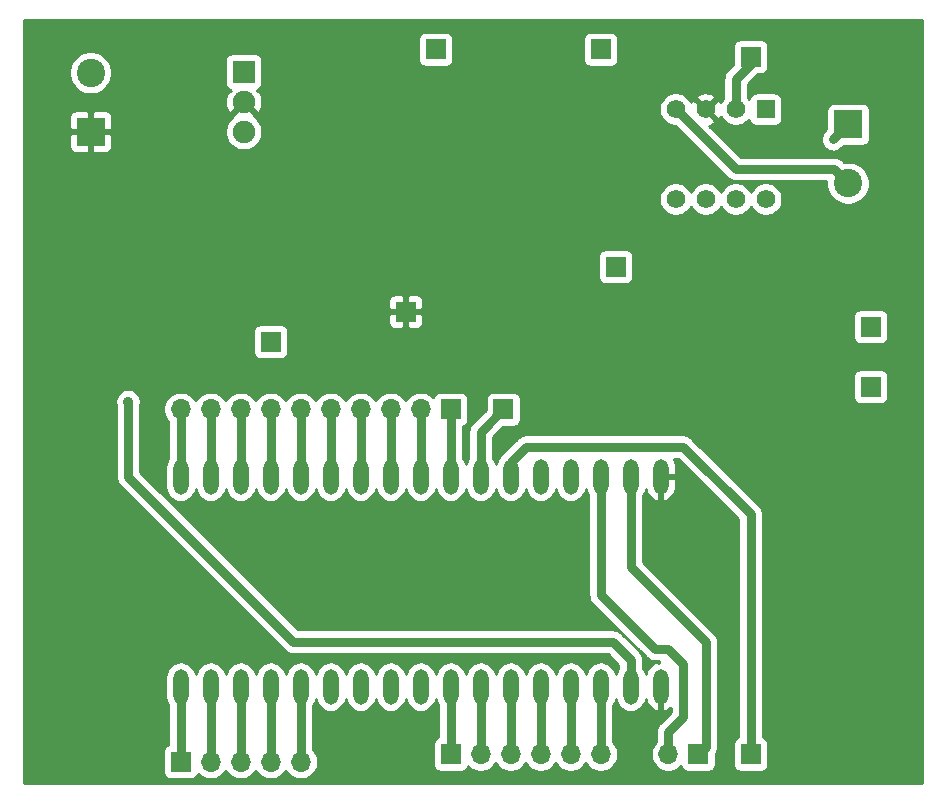
<source format=gbr>
G04 #@! TF.GenerationSoftware,KiCad,Pcbnew,(5.1.7)-1*
G04 #@! TF.CreationDate,2020-10-18T11:25:50+11:00*
G04 #@! TF.ProjectId,RX,52582e6b-6963-4616-945f-706362585858,rev?*
G04 #@! TF.SameCoordinates,Original*
G04 #@! TF.FileFunction,Copper,L2,Bot*
G04 #@! TF.FilePolarity,Positive*
%FSLAX46Y46*%
G04 Gerber Fmt 4.6, Leading zero omitted, Abs format (unit mm)*
G04 Created by KiCad (PCBNEW (5.1.7)-1) date 2020-10-18 11:25:50*
%MOMM*%
%LPD*%
G01*
G04 APERTURE LIST*
G04 #@! TA.AperFunction,ComponentPad*
%ADD10R,2.400000X2.400000*%
G04 #@! TD*
G04 #@! TA.AperFunction,ComponentPad*
%ADD11C,2.400000*%
G04 #@! TD*
G04 #@! TA.AperFunction,ComponentPad*
%ADD12R,1.700000X1.700000*%
G04 #@! TD*
G04 #@! TA.AperFunction,ComponentPad*
%ADD13O,1.700000X1.700000*%
G04 #@! TD*
G04 #@! TA.AperFunction,ComponentPad*
%ADD14R,1.905000X1.905000*%
G04 #@! TD*
G04 #@! TA.AperFunction,ComponentPad*
%ADD15C,1.905000*%
G04 #@! TD*
G04 #@! TA.AperFunction,ComponentPad*
%ADD16O,1.300000X3.000000*%
G04 #@! TD*
G04 #@! TA.AperFunction,ComponentPad*
%ADD17C,1.575000*%
G04 #@! TD*
G04 #@! TA.AperFunction,ComponentPad*
%ADD18R,1.575000X1.575000*%
G04 #@! TD*
G04 #@! TA.AperFunction,ViaPad*
%ADD19C,0.900000*%
G04 #@! TD*
G04 #@! TA.AperFunction,Conductor*
%ADD20C,0.800000*%
G04 #@! TD*
G04 #@! TA.AperFunction,Conductor*
%ADD21C,0.254000*%
G04 #@! TD*
G04 #@! TA.AperFunction,Conductor*
%ADD22C,0.100000*%
G04 #@! TD*
G04 APERTURE END LIST*
D10*
X168275000Y-48895000D03*
D11*
X168275000Y-53895000D03*
D12*
X111760000Y-102870000D03*
D13*
X114300000Y-102870000D03*
X116840000Y-102870000D03*
X119380000Y-102870000D03*
X121920000Y-102870000D03*
D14*
X117094000Y-44450000D03*
D15*
X117094000Y-46990000D03*
X117094000Y-49530000D03*
D16*
X152400000Y-96512380D03*
X152400000Y-78732380D03*
X149860000Y-96520000D03*
X149860000Y-78740000D03*
X147320000Y-96520000D03*
X147320000Y-78740000D03*
X144780000Y-96512380D03*
X144780000Y-78740000D03*
X142240000Y-96512380D03*
X142240000Y-78740000D03*
X139700000Y-96520000D03*
X139700000Y-78740000D03*
X137160000Y-96512380D03*
X137160000Y-78740000D03*
X134620000Y-96520000D03*
X134620000Y-78732380D03*
X132080000Y-96512380D03*
X132080000Y-78732380D03*
X129540000Y-96512380D03*
X129540000Y-78732380D03*
X127000000Y-96512380D03*
X127000000Y-78732380D03*
X124460000Y-96512380D03*
X124460000Y-78740000D03*
X121920000Y-96512380D03*
X121920000Y-78732380D03*
X119380000Y-96520000D03*
X119380000Y-78732380D03*
X116840000Y-96512380D03*
X116840000Y-78740000D03*
X114300000Y-96512380D03*
X114300000Y-78740000D03*
X111760000Y-96520000D03*
X111760000Y-78740000D03*
D10*
X104140000Y-49530000D03*
D11*
X104140000Y-44530000D03*
D12*
X139065000Y-73025000D03*
X160020000Y-102235000D03*
X134620000Y-102235000D03*
D13*
X137160000Y-102235000D03*
X139700000Y-102235000D03*
X142240000Y-102235000D03*
X144780000Y-102235000D03*
X147320000Y-102235000D03*
D12*
X134620000Y-73025000D03*
D13*
X132080000Y-73025000D03*
X129540000Y-73025000D03*
X127000000Y-73025000D03*
X124460000Y-73025000D03*
X121920000Y-73025000D03*
X119380000Y-73025000D03*
X116840000Y-73025000D03*
X114300000Y-73025000D03*
X111760000Y-73025000D03*
D12*
X155575000Y-102235000D03*
D13*
X153035000Y-102235000D03*
D12*
X170180000Y-71120000D03*
X130810000Y-64770000D03*
X170180000Y-66040000D03*
X148590000Y-60960000D03*
X147320000Y-42545000D03*
X119380000Y-67310000D03*
X133350000Y-42545000D03*
D17*
X161290000Y-55245000D03*
X158750000Y-55245000D03*
X156210000Y-55245000D03*
X153670000Y-55245000D03*
X153670000Y-47625000D03*
X156210000Y-47625000D03*
X158750000Y-47625000D03*
D18*
X161290000Y-47625000D03*
D12*
X160020000Y-43180000D03*
D19*
X107315000Y-72390000D03*
D20*
X104140000Y-49530000D02*
X104140000Y-50165000D01*
X148350000Y-92710000D02*
X149860000Y-94220000D01*
X121285000Y-92710000D02*
X148350000Y-92710000D01*
X149860000Y-94220000D02*
X149860000Y-96520000D01*
X107315000Y-78740000D02*
X121285000Y-92710000D01*
X107315000Y-72390000D02*
X107315000Y-78740000D01*
X160020000Y-43180000D02*
X160020000Y-43815000D01*
X158750000Y-45085000D02*
X158750000Y-47625000D01*
X160020000Y-43815000D02*
X158750000Y-45085000D01*
X167005000Y-50165000D02*
X168275000Y-48895000D01*
X137160000Y-74930000D02*
X137160000Y-78740000D01*
X139065000Y-73025000D02*
X137160000Y-74930000D01*
X134620000Y-96520000D02*
X134620000Y-102235000D01*
X137160000Y-96512380D02*
X137160000Y-102235000D01*
X139700000Y-96520000D02*
X139700000Y-102235000D01*
X142240000Y-96512380D02*
X142240000Y-102235000D01*
X144780000Y-96512380D02*
X144780000Y-102235000D01*
X147320000Y-96520000D02*
X147320000Y-102235000D01*
X134620000Y-73025000D02*
X134620000Y-78732380D01*
X132080000Y-73025000D02*
X132080000Y-78732380D01*
X129540000Y-73025000D02*
X129540000Y-78732380D01*
X127000000Y-73025000D02*
X127000000Y-78732380D01*
X124460000Y-73025000D02*
X124460000Y-78740000D01*
X121920000Y-73025000D02*
X121920000Y-78732380D01*
X119380000Y-73025000D02*
X119380000Y-78732380D01*
X116840000Y-73025000D02*
X116840000Y-78740000D01*
X114300000Y-73025000D02*
X114300000Y-78740000D01*
X111760000Y-78740000D02*
X111760000Y-73025000D01*
X160020000Y-102235000D02*
X160020000Y-81915000D01*
X160020000Y-81915000D02*
X154305000Y-76200000D01*
X154305000Y-76200000D02*
X140970000Y-76200000D01*
X139700000Y-77470000D02*
X139700000Y-78740000D01*
X140970000Y-76200000D02*
X139700000Y-77470000D01*
X149860000Y-78740000D02*
X149860000Y-86360000D01*
X149860000Y-86360000D02*
X156210000Y-92710000D01*
X156210000Y-101600000D02*
X155575000Y-102235000D01*
X156210000Y-92710000D02*
X156210000Y-101600000D01*
X147320000Y-88743889D02*
X151921111Y-93345000D01*
X147320000Y-78740000D02*
X147320000Y-88743889D01*
X151921111Y-93345000D02*
X153035000Y-93345000D01*
X153035000Y-93345000D02*
X154305000Y-94615000D01*
X154305000Y-94615000D02*
X154305000Y-99060000D01*
X153035000Y-100330000D02*
X153035000Y-102235000D01*
X154305000Y-99060000D02*
X153035000Y-100330000D01*
X121920000Y-96512380D02*
X121920000Y-102870000D01*
X119380000Y-96520000D02*
X119380000Y-102870000D01*
X116840000Y-96512380D02*
X116840000Y-102870000D01*
X114300000Y-96512380D02*
X114300000Y-102870000D01*
X111760000Y-96520000D02*
X111760000Y-102870000D01*
X167075001Y-52695001D02*
X168275000Y-53895000D01*
X158740001Y-52695001D02*
X167075001Y-52695001D01*
X153670000Y-47625000D02*
X158740001Y-52695001D01*
D21*
X174550001Y-104700000D02*
X98500000Y-104700000D01*
X98500000Y-72283137D01*
X106230000Y-72283137D01*
X106230000Y-72496863D01*
X106271696Y-72706483D01*
X106280000Y-72726531D01*
X106280001Y-78689162D01*
X106274994Y-78740000D01*
X106294977Y-78942895D01*
X106354160Y-79137993D01*
X106450266Y-79317797D01*
X106547197Y-79435907D01*
X106579605Y-79475396D01*
X106619093Y-79507803D01*
X120517196Y-93405907D01*
X120549604Y-93445396D01*
X120707203Y-93574734D01*
X120887007Y-93670841D01*
X121082105Y-93730024D01*
X121234162Y-93745000D01*
X121234171Y-93745000D01*
X121284999Y-93750006D01*
X121335827Y-93745000D01*
X147921290Y-93745000D01*
X148825000Y-94648711D01*
X148825000Y-94905595D01*
X148786392Y-94952639D01*
X148667071Y-95175874D01*
X148593593Y-95418097D01*
X148590000Y-95454577D01*
X148586407Y-95418096D01*
X148512929Y-95175873D01*
X148393608Y-94952638D01*
X148233028Y-94756972D01*
X148037361Y-94596392D01*
X147814126Y-94477071D01*
X147571903Y-94403593D01*
X147320000Y-94378783D01*
X147068096Y-94403593D01*
X146825873Y-94477071D01*
X146602638Y-94596392D01*
X146406972Y-94756972D01*
X146246392Y-94952639D01*
X146127071Y-95175874D01*
X146053593Y-95418097D01*
X146050375Y-95450767D01*
X146046407Y-95410476D01*
X145972929Y-95168253D01*
X145853608Y-94945018D01*
X145693028Y-94749352D01*
X145497361Y-94588772D01*
X145274126Y-94469451D01*
X145031903Y-94395973D01*
X144780000Y-94371163D01*
X144528096Y-94395973D01*
X144285873Y-94469451D01*
X144062638Y-94588772D01*
X143866972Y-94749352D01*
X143706392Y-94945019D01*
X143587071Y-95168254D01*
X143513593Y-95410477D01*
X143510000Y-95446957D01*
X143506407Y-95410476D01*
X143432929Y-95168253D01*
X143313608Y-94945018D01*
X143153028Y-94749352D01*
X142957361Y-94588772D01*
X142734126Y-94469451D01*
X142491903Y-94395973D01*
X142240000Y-94371163D01*
X141988096Y-94395973D01*
X141745873Y-94469451D01*
X141522638Y-94588772D01*
X141326972Y-94749352D01*
X141166392Y-94945019D01*
X141047071Y-95168254D01*
X140973593Y-95410477D01*
X140969625Y-95450767D01*
X140966407Y-95418096D01*
X140892929Y-95175873D01*
X140773608Y-94952638D01*
X140613028Y-94756972D01*
X140417361Y-94596392D01*
X140194126Y-94477071D01*
X139951903Y-94403593D01*
X139700000Y-94378783D01*
X139448096Y-94403593D01*
X139205873Y-94477071D01*
X138982638Y-94596392D01*
X138786972Y-94756972D01*
X138626392Y-94952639D01*
X138507071Y-95175874D01*
X138433593Y-95418097D01*
X138430375Y-95450767D01*
X138426407Y-95410476D01*
X138352929Y-95168253D01*
X138233608Y-94945018D01*
X138073028Y-94749352D01*
X137877361Y-94588772D01*
X137654126Y-94469451D01*
X137411903Y-94395973D01*
X137160000Y-94371163D01*
X136908096Y-94395973D01*
X136665873Y-94469451D01*
X136442638Y-94588772D01*
X136246972Y-94749352D01*
X136086392Y-94945019D01*
X135967071Y-95168254D01*
X135893593Y-95410477D01*
X135889625Y-95450767D01*
X135886407Y-95418096D01*
X135812929Y-95175873D01*
X135693608Y-94952638D01*
X135533028Y-94756972D01*
X135337361Y-94596392D01*
X135114126Y-94477071D01*
X134871903Y-94403593D01*
X134620000Y-94378783D01*
X134368096Y-94403593D01*
X134125873Y-94477071D01*
X133902638Y-94596392D01*
X133706972Y-94756972D01*
X133546392Y-94952639D01*
X133427071Y-95175874D01*
X133353593Y-95418097D01*
X133350375Y-95450767D01*
X133346407Y-95410476D01*
X133272929Y-95168253D01*
X133153608Y-94945018D01*
X132993028Y-94749352D01*
X132797361Y-94588772D01*
X132574126Y-94469451D01*
X132331903Y-94395973D01*
X132080000Y-94371163D01*
X131828096Y-94395973D01*
X131585873Y-94469451D01*
X131362638Y-94588772D01*
X131166972Y-94749352D01*
X131006392Y-94945019D01*
X130887071Y-95168254D01*
X130813593Y-95410477D01*
X130810000Y-95446957D01*
X130806407Y-95410476D01*
X130732929Y-95168253D01*
X130613608Y-94945018D01*
X130453028Y-94749352D01*
X130257361Y-94588772D01*
X130034126Y-94469451D01*
X129791903Y-94395973D01*
X129540000Y-94371163D01*
X129288096Y-94395973D01*
X129045873Y-94469451D01*
X128822638Y-94588772D01*
X128626972Y-94749352D01*
X128466392Y-94945019D01*
X128347071Y-95168254D01*
X128273593Y-95410477D01*
X128270000Y-95446957D01*
X128266407Y-95410476D01*
X128192929Y-95168253D01*
X128073608Y-94945018D01*
X127913028Y-94749352D01*
X127717361Y-94588772D01*
X127494126Y-94469451D01*
X127251903Y-94395973D01*
X127000000Y-94371163D01*
X126748096Y-94395973D01*
X126505873Y-94469451D01*
X126282638Y-94588772D01*
X126086972Y-94749352D01*
X125926392Y-94945019D01*
X125807071Y-95168254D01*
X125733593Y-95410477D01*
X125730000Y-95446957D01*
X125726407Y-95410476D01*
X125652929Y-95168253D01*
X125533608Y-94945018D01*
X125373028Y-94749352D01*
X125177361Y-94588772D01*
X124954126Y-94469451D01*
X124711903Y-94395973D01*
X124460000Y-94371163D01*
X124208096Y-94395973D01*
X123965873Y-94469451D01*
X123742638Y-94588772D01*
X123546972Y-94749352D01*
X123386392Y-94945019D01*
X123267071Y-95168254D01*
X123193593Y-95410477D01*
X123190000Y-95446957D01*
X123186407Y-95410476D01*
X123112929Y-95168253D01*
X122993608Y-94945018D01*
X122833028Y-94749352D01*
X122637361Y-94588772D01*
X122414126Y-94469451D01*
X122171903Y-94395973D01*
X121920000Y-94371163D01*
X121668096Y-94395973D01*
X121425873Y-94469451D01*
X121202638Y-94588772D01*
X121006972Y-94749352D01*
X120846392Y-94945019D01*
X120727071Y-95168254D01*
X120653593Y-95410477D01*
X120649625Y-95450767D01*
X120646407Y-95418096D01*
X120572929Y-95175873D01*
X120453608Y-94952638D01*
X120293028Y-94756972D01*
X120097361Y-94596392D01*
X119874126Y-94477071D01*
X119631903Y-94403593D01*
X119380000Y-94378783D01*
X119128096Y-94403593D01*
X118885873Y-94477071D01*
X118662638Y-94596392D01*
X118466972Y-94756972D01*
X118306392Y-94952639D01*
X118187071Y-95175874D01*
X118113593Y-95418097D01*
X118110375Y-95450767D01*
X118106407Y-95410476D01*
X118032929Y-95168253D01*
X117913608Y-94945018D01*
X117753028Y-94749352D01*
X117557361Y-94588772D01*
X117334126Y-94469451D01*
X117091903Y-94395973D01*
X116840000Y-94371163D01*
X116588096Y-94395973D01*
X116345873Y-94469451D01*
X116122638Y-94588772D01*
X115926972Y-94749352D01*
X115766392Y-94945019D01*
X115647071Y-95168254D01*
X115573593Y-95410477D01*
X115570000Y-95446957D01*
X115566407Y-95410476D01*
X115492929Y-95168253D01*
X115373608Y-94945018D01*
X115213028Y-94749352D01*
X115017361Y-94588772D01*
X114794126Y-94469451D01*
X114551903Y-94395973D01*
X114300000Y-94371163D01*
X114048096Y-94395973D01*
X113805873Y-94469451D01*
X113582638Y-94588772D01*
X113386972Y-94749352D01*
X113226392Y-94945019D01*
X113107071Y-95168254D01*
X113033593Y-95410477D01*
X113029625Y-95450767D01*
X113026407Y-95418096D01*
X112952929Y-95175873D01*
X112833608Y-94952638D01*
X112673028Y-94756972D01*
X112477361Y-94596392D01*
X112254126Y-94477071D01*
X112011903Y-94403593D01*
X111760000Y-94378783D01*
X111508096Y-94403593D01*
X111265873Y-94477071D01*
X111042638Y-94596392D01*
X110846972Y-94756972D01*
X110686392Y-94952639D01*
X110567071Y-95175874D01*
X110493593Y-95418097D01*
X110475000Y-95606878D01*
X110475000Y-97433123D01*
X110493594Y-97621904D01*
X110567072Y-97864127D01*
X110686393Y-98087362D01*
X110725000Y-98134405D01*
X110725001Y-101412546D01*
X110665820Y-101430498D01*
X110555506Y-101489463D01*
X110458815Y-101568815D01*
X110379463Y-101665506D01*
X110320498Y-101775820D01*
X110284188Y-101895518D01*
X110271928Y-102020000D01*
X110271928Y-103720000D01*
X110284188Y-103844482D01*
X110320498Y-103964180D01*
X110379463Y-104074494D01*
X110458815Y-104171185D01*
X110555506Y-104250537D01*
X110665820Y-104309502D01*
X110785518Y-104345812D01*
X110910000Y-104358072D01*
X112610000Y-104358072D01*
X112734482Y-104345812D01*
X112854180Y-104309502D01*
X112964494Y-104250537D01*
X113061185Y-104171185D01*
X113140537Y-104074494D01*
X113199502Y-103964180D01*
X113221513Y-103891620D01*
X113353368Y-104023475D01*
X113596589Y-104185990D01*
X113866842Y-104297932D01*
X114153740Y-104355000D01*
X114446260Y-104355000D01*
X114733158Y-104297932D01*
X115003411Y-104185990D01*
X115246632Y-104023475D01*
X115453475Y-103816632D01*
X115570000Y-103642240D01*
X115686525Y-103816632D01*
X115893368Y-104023475D01*
X116136589Y-104185990D01*
X116406842Y-104297932D01*
X116693740Y-104355000D01*
X116986260Y-104355000D01*
X117273158Y-104297932D01*
X117543411Y-104185990D01*
X117786632Y-104023475D01*
X117993475Y-103816632D01*
X118110000Y-103642240D01*
X118226525Y-103816632D01*
X118433368Y-104023475D01*
X118676589Y-104185990D01*
X118946842Y-104297932D01*
X119233740Y-104355000D01*
X119526260Y-104355000D01*
X119813158Y-104297932D01*
X120083411Y-104185990D01*
X120326632Y-104023475D01*
X120533475Y-103816632D01*
X120650000Y-103642240D01*
X120766525Y-103816632D01*
X120973368Y-104023475D01*
X121216589Y-104185990D01*
X121486842Y-104297932D01*
X121773740Y-104355000D01*
X122066260Y-104355000D01*
X122353158Y-104297932D01*
X122623411Y-104185990D01*
X122866632Y-104023475D01*
X123073475Y-103816632D01*
X123235990Y-103573411D01*
X123347932Y-103303158D01*
X123405000Y-103016260D01*
X123405000Y-102723740D01*
X123347932Y-102436842D01*
X123235990Y-102166589D01*
X123073475Y-101923368D01*
X122955000Y-101804893D01*
X122955000Y-98126786D01*
X122993608Y-98079742D01*
X123112929Y-97856507D01*
X123186407Y-97614284D01*
X123190000Y-97577799D01*
X123193594Y-97614284D01*
X123267072Y-97856507D01*
X123386393Y-98079742D01*
X123546973Y-98275408D01*
X123742639Y-98435988D01*
X123965874Y-98555309D01*
X124208097Y-98628787D01*
X124460000Y-98653597D01*
X124711904Y-98628787D01*
X124954127Y-98555309D01*
X125177362Y-98435988D01*
X125373028Y-98275408D01*
X125533608Y-98079742D01*
X125652929Y-97856507D01*
X125726407Y-97614284D01*
X125730000Y-97577799D01*
X125733594Y-97614284D01*
X125807072Y-97856507D01*
X125926393Y-98079742D01*
X126086973Y-98275408D01*
X126282639Y-98435988D01*
X126505874Y-98555309D01*
X126748097Y-98628787D01*
X127000000Y-98653597D01*
X127251904Y-98628787D01*
X127494127Y-98555309D01*
X127717362Y-98435988D01*
X127913028Y-98275408D01*
X128073608Y-98079742D01*
X128192929Y-97856507D01*
X128266407Y-97614284D01*
X128270000Y-97577799D01*
X128273594Y-97614284D01*
X128347072Y-97856507D01*
X128466393Y-98079742D01*
X128626973Y-98275408D01*
X128822639Y-98435988D01*
X129045874Y-98555309D01*
X129288097Y-98628787D01*
X129540000Y-98653597D01*
X129791904Y-98628787D01*
X130034127Y-98555309D01*
X130257362Y-98435988D01*
X130453028Y-98275408D01*
X130613608Y-98079742D01*
X130732929Y-97856507D01*
X130806407Y-97614284D01*
X130810000Y-97577799D01*
X130813594Y-97614284D01*
X130887072Y-97856507D01*
X131006393Y-98079742D01*
X131166973Y-98275408D01*
X131362639Y-98435988D01*
X131585874Y-98555309D01*
X131828097Y-98628787D01*
X132080000Y-98653597D01*
X132331904Y-98628787D01*
X132574127Y-98555309D01*
X132797362Y-98435988D01*
X132993028Y-98275408D01*
X133153608Y-98079742D01*
X133272929Y-97856507D01*
X133346407Y-97614284D01*
X133349625Y-97581609D01*
X133353594Y-97621904D01*
X133427072Y-97864127D01*
X133546393Y-98087362D01*
X133585000Y-98134405D01*
X133585001Y-100777546D01*
X133525820Y-100795498D01*
X133415506Y-100854463D01*
X133318815Y-100933815D01*
X133239463Y-101030506D01*
X133180498Y-101140820D01*
X133144188Y-101260518D01*
X133131928Y-101385000D01*
X133131928Y-103085000D01*
X133144188Y-103209482D01*
X133180498Y-103329180D01*
X133239463Y-103439494D01*
X133318815Y-103536185D01*
X133415506Y-103615537D01*
X133525820Y-103674502D01*
X133645518Y-103710812D01*
X133770000Y-103723072D01*
X135470000Y-103723072D01*
X135594482Y-103710812D01*
X135714180Y-103674502D01*
X135824494Y-103615537D01*
X135921185Y-103536185D01*
X136000537Y-103439494D01*
X136059502Y-103329180D01*
X136081513Y-103256620D01*
X136213368Y-103388475D01*
X136456589Y-103550990D01*
X136726842Y-103662932D01*
X137013740Y-103720000D01*
X137306260Y-103720000D01*
X137593158Y-103662932D01*
X137863411Y-103550990D01*
X138106632Y-103388475D01*
X138313475Y-103181632D01*
X138430000Y-103007240D01*
X138546525Y-103181632D01*
X138753368Y-103388475D01*
X138996589Y-103550990D01*
X139266842Y-103662932D01*
X139553740Y-103720000D01*
X139846260Y-103720000D01*
X140133158Y-103662932D01*
X140403411Y-103550990D01*
X140646632Y-103388475D01*
X140853475Y-103181632D01*
X140970000Y-103007240D01*
X141086525Y-103181632D01*
X141293368Y-103388475D01*
X141536589Y-103550990D01*
X141806842Y-103662932D01*
X142093740Y-103720000D01*
X142386260Y-103720000D01*
X142673158Y-103662932D01*
X142943411Y-103550990D01*
X143186632Y-103388475D01*
X143393475Y-103181632D01*
X143510000Y-103007240D01*
X143626525Y-103181632D01*
X143833368Y-103388475D01*
X144076589Y-103550990D01*
X144346842Y-103662932D01*
X144633740Y-103720000D01*
X144926260Y-103720000D01*
X145213158Y-103662932D01*
X145483411Y-103550990D01*
X145726632Y-103388475D01*
X145933475Y-103181632D01*
X146050000Y-103007240D01*
X146166525Y-103181632D01*
X146373368Y-103388475D01*
X146616589Y-103550990D01*
X146886842Y-103662932D01*
X147173740Y-103720000D01*
X147466260Y-103720000D01*
X147753158Y-103662932D01*
X148023411Y-103550990D01*
X148266632Y-103388475D01*
X148473475Y-103181632D01*
X148635990Y-102938411D01*
X148747932Y-102668158D01*
X148805000Y-102381260D01*
X148805000Y-102088740D01*
X148747932Y-101801842D01*
X148635990Y-101531589D01*
X148473475Y-101288368D01*
X148355000Y-101169893D01*
X148355000Y-98134406D01*
X148393608Y-98087362D01*
X148512929Y-97864127D01*
X148586407Y-97621904D01*
X148590000Y-97585419D01*
X148593594Y-97621904D01*
X148667072Y-97864127D01*
X148786393Y-98087362D01*
X148946973Y-98283028D01*
X149142639Y-98443608D01*
X149365874Y-98562929D01*
X149608097Y-98636407D01*
X149860000Y-98661217D01*
X150111904Y-98636407D01*
X150354127Y-98562929D01*
X150577362Y-98443608D01*
X150773028Y-98283028D01*
X150933608Y-98087362D01*
X151052929Y-97864127D01*
X151126407Y-97621904D01*
X151131369Y-97571526D01*
X151164467Y-97737631D01*
X151261415Y-97971461D01*
X151402118Y-98181885D01*
X151581170Y-98360816D01*
X151791689Y-98501377D01*
X152025585Y-98598167D01*
X152074529Y-98605479D01*
X152273000Y-98481447D01*
X152273000Y-96639380D01*
X152253000Y-96639380D01*
X152253000Y-96385380D01*
X152273000Y-96385380D01*
X152273000Y-96365380D01*
X152527000Y-96365380D01*
X152527000Y-96385380D01*
X152547000Y-96385380D01*
X152547000Y-96639380D01*
X152527000Y-96639380D01*
X152527000Y-98481447D01*
X152725471Y-98605479D01*
X152774415Y-98598167D01*
X153008311Y-98501377D01*
X153218830Y-98360816D01*
X153270001Y-98309680D01*
X153270001Y-98631288D01*
X152339097Y-99562193D01*
X152299604Y-99594604D01*
X152170266Y-99752203D01*
X152074159Y-99932008D01*
X152014976Y-100127106D01*
X152000000Y-100279163D01*
X152000000Y-100279172D01*
X151994994Y-100330000D01*
X152000000Y-100380828D01*
X152000000Y-101169893D01*
X151881525Y-101288368D01*
X151719010Y-101531589D01*
X151607068Y-101801842D01*
X151550000Y-102088740D01*
X151550000Y-102381260D01*
X151607068Y-102668158D01*
X151719010Y-102938411D01*
X151881525Y-103181632D01*
X152088368Y-103388475D01*
X152331589Y-103550990D01*
X152601842Y-103662932D01*
X152888740Y-103720000D01*
X153181260Y-103720000D01*
X153468158Y-103662932D01*
X153738411Y-103550990D01*
X153981632Y-103388475D01*
X154113487Y-103256620D01*
X154135498Y-103329180D01*
X154194463Y-103439494D01*
X154273815Y-103536185D01*
X154370506Y-103615537D01*
X154480820Y-103674502D01*
X154600518Y-103710812D01*
X154725000Y-103723072D01*
X156425000Y-103723072D01*
X156549482Y-103710812D01*
X156669180Y-103674502D01*
X156779494Y-103615537D01*
X156876185Y-103536185D01*
X156955537Y-103439494D01*
X157014502Y-103329180D01*
X157050812Y-103209482D01*
X157063072Y-103085000D01*
X157063072Y-102192008D01*
X157074734Y-102177798D01*
X157170841Y-101997994D01*
X157184615Y-101952585D01*
X157230024Y-101802895D01*
X157245000Y-101650838D01*
X157245000Y-101650835D01*
X157250007Y-101600000D01*
X157245000Y-101549165D01*
X157245000Y-92760827D01*
X157250006Y-92709999D01*
X157245000Y-92659171D01*
X157245000Y-92659162D01*
X157230024Y-92507105D01*
X157170841Y-92312007D01*
X157126104Y-92228309D01*
X157074734Y-92132202D01*
X156977803Y-92014092D01*
X156945396Y-91974604D01*
X156905908Y-91942197D01*
X150895000Y-85931290D01*
X150895000Y-80354406D01*
X150933608Y-80307362D01*
X151052929Y-80084127D01*
X151126407Y-79841904D01*
X151131369Y-79791526D01*
X151164467Y-79957631D01*
X151261415Y-80191461D01*
X151402118Y-80401885D01*
X151581170Y-80580816D01*
X151791689Y-80721377D01*
X152025585Y-80818167D01*
X152074529Y-80825479D01*
X152273000Y-80701447D01*
X152273000Y-78859380D01*
X152527000Y-78859380D01*
X152527000Y-80701447D01*
X152725471Y-80825479D01*
X152774415Y-80818167D01*
X153008311Y-80721377D01*
X153218830Y-80580816D01*
X153397882Y-80401885D01*
X153538585Y-80191461D01*
X153635533Y-79957631D01*
X153685000Y-79709380D01*
X153685000Y-78859380D01*
X152527000Y-78859380D01*
X152273000Y-78859380D01*
X152253000Y-78859380D01*
X152253000Y-78605380D01*
X152273000Y-78605380D01*
X152273000Y-78585380D01*
X152527000Y-78585380D01*
X152527000Y-78605380D01*
X153685000Y-78605380D01*
X153685000Y-77755380D01*
X153635533Y-77507129D01*
X153538585Y-77273299D01*
X153512976Y-77235000D01*
X153876290Y-77235000D01*
X158985001Y-82343712D01*
X158985000Y-100777546D01*
X158925820Y-100795498D01*
X158815506Y-100854463D01*
X158718815Y-100933815D01*
X158639463Y-101030506D01*
X158580498Y-101140820D01*
X158544188Y-101260518D01*
X158531928Y-101385000D01*
X158531928Y-103085000D01*
X158544188Y-103209482D01*
X158580498Y-103329180D01*
X158639463Y-103439494D01*
X158718815Y-103536185D01*
X158815506Y-103615537D01*
X158925820Y-103674502D01*
X159045518Y-103710812D01*
X159170000Y-103723072D01*
X160870000Y-103723072D01*
X160994482Y-103710812D01*
X161114180Y-103674502D01*
X161224494Y-103615537D01*
X161321185Y-103536185D01*
X161400537Y-103439494D01*
X161459502Y-103329180D01*
X161495812Y-103209482D01*
X161508072Y-103085000D01*
X161508072Y-101385000D01*
X161495812Y-101260518D01*
X161459502Y-101140820D01*
X161400537Y-101030506D01*
X161321185Y-100933815D01*
X161224494Y-100854463D01*
X161114180Y-100795498D01*
X161055000Y-100777546D01*
X161055000Y-81965835D01*
X161060007Y-81915000D01*
X161055000Y-81864162D01*
X161040024Y-81712105D01*
X160980841Y-81517007D01*
X160980841Y-81517006D01*
X160884734Y-81337202D01*
X160787803Y-81219092D01*
X160755396Y-81179604D01*
X160715908Y-81147197D01*
X155072807Y-75504097D01*
X155040396Y-75464604D01*
X154882797Y-75335266D01*
X154702993Y-75239159D01*
X154507895Y-75179976D01*
X154355838Y-75165000D01*
X154355828Y-75165000D01*
X154305000Y-75159994D01*
X154254172Y-75165000D01*
X141020827Y-75165000D01*
X140969999Y-75159994D01*
X140919171Y-75165000D01*
X140919162Y-75165000D01*
X140767105Y-75179976D01*
X140572007Y-75239159D01*
X140488309Y-75283896D01*
X140392202Y-75335266D01*
X140274092Y-75432197D01*
X140234604Y-75464604D01*
X140202197Y-75504092D01*
X139004097Y-76702193D01*
X138964604Y-76734604D01*
X138835266Y-76892203D01*
X138792289Y-76972609D01*
X138786972Y-76976972D01*
X138626392Y-77172639D01*
X138507071Y-77395874D01*
X138433593Y-77638097D01*
X138430000Y-77674577D01*
X138426407Y-77638096D01*
X138352929Y-77395873D01*
X138233608Y-77172638D01*
X138195000Y-77125594D01*
X138195000Y-75358710D01*
X139040639Y-74513072D01*
X139915000Y-74513072D01*
X140039482Y-74500812D01*
X140159180Y-74464502D01*
X140269494Y-74405537D01*
X140366185Y-74326185D01*
X140445537Y-74229494D01*
X140504502Y-74119180D01*
X140540812Y-73999482D01*
X140553072Y-73875000D01*
X140553072Y-72175000D01*
X140540812Y-72050518D01*
X140504502Y-71930820D01*
X140445537Y-71820506D01*
X140366185Y-71723815D01*
X140269494Y-71644463D01*
X140159180Y-71585498D01*
X140039482Y-71549188D01*
X139915000Y-71536928D01*
X138215000Y-71536928D01*
X138090518Y-71549188D01*
X137970820Y-71585498D01*
X137860506Y-71644463D01*
X137763815Y-71723815D01*
X137684463Y-71820506D01*
X137625498Y-71930820D01*
X137589188Y-72050518D01*
X137576928Y-72175000D01*
X137576928Y-73049361D01*
X136464097Y-74162193D01*
X136424604Y-74194604D01*
X136295266Y-74352203D01*
X136199159Y-74532008D01*
X136139976Y-74727106D01*
X136125000Y-74879163D01*
X136125000Y-74879172D01*
X136119994Y-74930000D01*
X136125000Y-74980828D01*
X136125001Y-77125594D01*
X136086392Y-77172639D01*
X135967071Y-77395874D01*
X135893593Y-77638097D01*
X135890375Y-77670767D01*
X135886407Y-77630476D01*
X135812929Y-77388253D01*
X135693608Y-77165018D01*
X135655000Y-77117974D01*
X135655000Y-74482454D01*
X135714180Y-74464502D01*
X135824494Y-74405537D01*
X135921185Y-74326185D01*
X136000537Y-74229494D01*
X136059502Y-74119180D01*
X136095812Y-73999482D01*
X136108072Y-73875000D01*
X136108072Y-72175000D01*
X136095812Y-72050518D01*
X136059502Y-71930820D01*
X136000537Y-71820506D01*
X135921185Y-71723815D01*
X135824494Y-71644463D01*
X135714180Y-71585498D01*
X135594482Y-71549188D01*
X135470000Y-71536928D01*
X133770000Y-71536928D01*
X133645518Y-71549188D01*
X133525820Y-71585498D01*
X133415506Y-71644463D01*
X133318815Y-71723815D01*
X133239463Y-71820506D01*
X133180498Y-71930820D01*
X133158487Y-72003380D01*
X133026632Y-71871525D01*
X132783411Y-71709010D01*
X132513158Y-71597068D01*
X132226260Y-71540000D01*
X131933740Y-71540000D01*
X131646842Y-71597068D01*
X131376589Y-71709010D01*
X131133368Y-71871525D01*
X130926525Y-72078368D01*
X130810000Y-72252760D01*
X130693475Y-72078368D01*
X130486632Y-71871525D01*
X130243411Y-71709010D01*
X129973158Y-71597068D01*
X129686260Y-71540000D01*
X129393740Y-71540000D01*
X129106842Y-71597068D01*
X128836589Y-71709010D01*
X128593368Y-71871525D01*
X128386525Y-72078368D01*
X128270000Y-72252760D01*
X128153475Y-72078368D01*
X127946632Y-71871525D01*
X127703411Y-71709010D01*
X127433158Y-71597068D01*
X127146260Y-71540000D01*
X126853740Y-71540000D01*
X126566842Y-71597068D01*
X126296589Y-71709010D01*
X126053368Y-71871525D01*
X125846525Y-72078368D01*
X125730000Y-72252760D01*
X125613475Y-72078368D01*
X125406632Y-71871525D01*
X125163411Y-71709010D01*
X124893158Y-71597068D01*
X124606260Y-71540000D01*
X124313740Y-71540000D01*
X124026842Y-71597068D01*
X123756589Y-71709010D01*
X123513368Y-71871525D01*
X123306525Y-72078368D01*
X123190000Y-72252760D01*
X123073475Y-72078368D01*
X122866632Y-71871525D01*
X122623411Y-71709010D01*
X122353158Y-71597068D01*
X122066260Y-71540000D01*
X121773740Y-71540000D01*
X121486842Y-71597068D01*
X121216589Y-71709010D01*
X120973368Y-71871525D01*
X120766525Y-72078368D01*
X120650000Y-72252760D01*
X120533475Y-72078368D01*
X120326632Y-71871525D01*
X120083411Y-71709010D01*
X119813158Y-71597068D01*
X119526260Y-71540000D01*
X119233740Y-71540000D01*
X118946842Y-71597068D01*
X118676589Y-71709010D01*
X118433368Y-71871525D01*
X118226525Y-72078368D01*
X118110000Y-72252760D01*
X117993475Y-72078368D01*
X117786632Y-71871525D01*
X117543411Y-71709010D01*
X117273158Y-71597068D01*
X116986260Y-71540000D01*
X116693740Y-71540000D01*
X116406842Y-71597068D01*
X116136589Y-71709010D01*
X115893368Y-71871525D01*
X115686525Y-72078368D01*
X115570000Y-72252760D01*
X115453475Y-72078368D01*
X115246632Y-71871525D01*
X115003411Y-71709010D01*
X114733158Y-71597068D01*
X114446260Y-71540000D01*
X114153740Y-71540000D01*
X113866842Y-71597068D01*
X113596589Y-71709010D01*
X113353368Y-71871525D01*
X113146525Y-72078368D01*
X113030000Y-72252760D01*
X112913475Y-72078368D01*
X112706632Y-71871525D01*
X112463411Y-71709010D01*
X112193158Y-71597068D01*
X111906260Y-71540000D01*
X111613740Y-71540000D01*
X111326842Y-71597068D01*
X111056589Y-71709010D01*
X110813368Y-71871525D01*
X110606525Y-72078368D01*
X110444010Y-72321589D01*
X110332068Y-72591842D01*
X110275000Y-72878740D01*
X110275000Y-73171260D01*
X110332068Y-73458158D01*
X110444010Y-73728411D01*
X110606525Y-73971632D01*
X110725001Y-74090108D01*
X110725000Y-77125595D01*
X110686392Y-77172639D01*
X110567071Y-77395874D01*
X110493593Y-77638097D01*
X110475000Y-77826878D01*
X110475000Y-79653123D01*
X110493594Y-79841904D01*
X110567072Y-80084127D01*
X110686393Y-80307362D01*
X110846973Y-80503028D01*
X111042639Y-80663608D01*
X111265874Y-80782929D01*
X111508097Y-80856407D01*
X111760000Y-80881217D01*
X112011904Y-80856407D01*
X112254127Y-80782929D01*
X112477362Y-80663608D01*
X112673028Y-80503028D01*
X112833608Y-80307362D01*
X112952929Y-80084127D01*
X113026407Y-79841904D01*
X113030000Y-79805419D01*
X113033594Y-79841904D01*
X113107072Y-80084127D01*
X113226393Y-80307362D01*
X113386973Y-80503028D01*
X113582639Y-80663608D01*
X113805874Y-80782929D01*
X114048097Y-80856407D01*
X114300000Y-80881217D01*
X114551904Y-80856407D01*
X114794127Y-80782929D01*
X115017362Y-80663608D01*
X115213028Y-80503028D01*
X115373608Y-80307362D01*
X115492929Y-80084127D01*
X115566407Y-79841904D01*
X115570000Y-79805419D01*
X115573594Y-79841904D01*
X115647072Y-80084127D01*
X115766393Y-80307362D01*
X115926973Y-80503028D01*
X116122639Y-80663608D01*
X116345874Y-80782929D01*
X116588097Y-80856407D01*
X116840000Y-80881217D01*
X117091904Y-80856407D01*
X117334127Y-80782929D01*
X117557362Y-80663608D01*
X117753028Y-80503028D01*
X117913608Y-80307362D01*
X118032929Y-80084127D01*
X118106407Y-79841904D01*
X118110376Y-79801609D01*
X118113594Y-79834284D01*
X118187072Y-80076507D01*
X118306393Y-80299742D01*
X118466973Y-80495408D01*
X118662639Y-80655988D01*
X118885874Y-80775309D01*
X119128097Y-80848787D01*
X119380000Y-80873597D01*
X119631904Y-80848787D01*
X119874127Y-80775309D01*
X120097362Y-80655988D01*
X120293028Y-80495408D01*
X120453608Y-80299742D01*
X120572929Y-80076507D01*
X120646407Y-79834284D01*
X120650000Y-79797799D01*
X120653594Y-79834284D01*
X120727072Y-80076507D01*
X120846393Y-80299742D01*
X121006973Y-80495408D01*
X121202639Y-80655988D01*
X121425874Y-80775309D01*
X121668097Y-80848787D01*
X121920000Y-80873597D01*
X122171904Y-80848787D01*
X122414127Y-80775309D01*
X122637362Y-80655988D01*
X122833028Y-80495408D01*
X122993608Y-80299742D01*
X123112929Y-80076507D01*
X123186407Y-79834284D01*
X123189625Y-79801609D01*
X123193594Y-79841904D01*
X123267072Y-80084127D01*
X123386393Y-80307362D01*
X123546973Y-80503028D01*
X123742639Y-80663608D01*
X123965874Y-80782929D01*
X124208097Y-80856407D01*
X124460000Y-80881217D01*
X124711904Y-80856407D01*
X124954127Y-80782929D01*
X125177362Y-80663608D01*
X125373028Y-80503028D01*
X125533608Y-80307362D01*
X125652929Y-80084127D01*
X125726407Y-79841904D01*
X125730376Y-79801609D01*
X125733594Y-79834284D01*
X125807072Y-80076507D01*
X125926393Y-80299742D01*
X126086973Y-80495408D01*
X126282639Y-80655988D01*
X126505874Y-80775309D01*
X126748097Y-80848787D01*
X127000000Y-80873597D01*
X127251904Y-80848787D01*
X127494127Y-80775309D01*
X127717362Y-80655988D01*
X127913028Y-80495408D01*
X128073608Y-80299742D01*
X128192929Y-80076507D01*
X128266407Y-79834284D01*
X128270000Y-79797799D01*
X128273594Y-79834284D01*
X128347072Y-80076507D01*
X128466393Y-80299742D01*
X128626973Y-80495408D01*
X128822639Y-80655988D01*
X129045874Y-80775309D01*
X129288097Y-80848787D01*
X129540000Y-80873597D01*
X129791904Y-80848787D01*
X130034127Y-80775309D01*
X130257362Y-80655988D01*
X130453028Y-80495408D01*
X130613608Y-80299742D01*
X130732929Y-80076507D01*
X130806407Y-79834284D01*
X130810000Y-79797799D01*
X130813594Y-79834284D01*
X130887072Y-80076507D01*
X131006393Y-80299742D01*
X131166973Y-80495408D01*
X131362639Y-80655988D01*
X131585874Y-80775309D01*
X131828097Y-80848787D01*
X132080000Y-80873597D01*
X132331904Y-80848787D01*
X132574127Y-80775309D01*
X132797362Y-80655988D01*
X132993028Y-80495408D01*
X133153608Y-80299742D01*
X133272929Y-80076507D01*
X133346407Y-79834284D01*
X133350000Y-79797799D01*
X133353594Y-79834284D01*
X133427072Y-80076507D01*
X133546393Y-80299742D01*
X133706973Y-80495408D01*
X133902639Y-80655988D01*
X134125874Y-80775309D01*
X134368097Y-80848787D01*
X134620000Y-80873597D01*
X134871904Y-80848787D01*
X135114127Y-80775309D01*
X135337362Y-80655988D01*
X135533028Y-80495408D01*
X135693608Y-80299742D01*
X135812929Y-80076507D01*
X135886407Y-79834284D01*
X135889625Y-79801609D01*
X135893594Y-79841904D01*
X135967072Y-80084127D01*
X136086393Y-80307362D01*
X136246973Y-80503028D01*
X136442639Y-80663608D01*
X136665874Y-80782929D01*
X136908097Y-80856407D01*
X137160000Y-80881217D01*
X137411904Y-80856407D01*
X137654127Y-80782929D01*
X137877362Y-80663608D01*
X138073028Y-80503028D01*
X138233608Y-80307362D01*
X138352929Y-80084127D01*
X138426407Y-79841904D01*
X138430000Y-79805419D01*
X138433594Y-79841904D01*
X138507072Y-80084127D01*
X138626393Y-80307362D01*
X138786973Y-80503028D01*
X138982639Y-80663608D01*
X139205874Y-80782929D01*
X139448097Y-80856407D01*
X139700000Y-80881217D01*
X139951904Y-80856407D01*
X140194127Y-80782929D01*
X140417362Y-80663608D01*
X140613028Y-80503028D01*
X140773608Y-80307362D01*
X140892929Y-80084127D01*
X140966407Y-79841904D01*
X140970000Y-79805419D01*
X140973594Y-79841904D01*
X141047072Y-80084127D01*
X141166393Y-80307362D01*
X141326973Y-80503028D01*
X141522639Y-80663608D01*
X141745874Y-80782929D01*
X141988097Y-80856407D01*
X142240000Y-80881217D01*
X142491904Y-80856407D01*
X142734127Y-80782929D01*
X142957362Y-80663608D01*
X143153028Y-80503028D01*
X143313608Y-80307362D01*
X143432929Y-80084127D01*
X143506407Y-79841904D01*
X143510000Y-79805419D01*
X143513594Y-79841904D01*
X143587072Y-80084127D01*
X143706393Y-80307362D01*
X143866973Y-80503028D01*
X144062639Y-80663608D01*
X144285874Y-80782929D01*
X144528097Y-80856407D01*
X144780000Y-80881217D01*
X145031904Y-80856407D01*
X145274127Y-80782929D01*
X145497362Y-80663608D01*
X145693028Y-80503028D01*
X145853608Y-80307362D01*
X145972929Y-80084127D01*
X146046407Y-79841904D01*
X146050000Y-79805419D01*
X146053594Y-79841904D01*
X146127072Y-80084127D01*
X146246393Y-80307362D01*
X146285000Y-80354405D01*
X146285001Y-88693051D01*
X146279994Y-88743889D01*
X146299977Y-88946784D01*
X146359160Y-89141882D01*
X146455266Y-89321686D01*
X146552197Y-89439796D01*
X146584605Y-89479285D01*
X146624092Y-89511692D01*
X151153307Y-94040907D01*
X151185715Y-94080396D01*
X151225203Y-94112803D01*
X151343313Y-94209734D01*
X151523117Y-94305841D01*
X151568526Y-94319615D01*
X151718216Y-94365024D01*
X151870273Y-94380000D01*
X151870276Y-94380000D01*
X151921111Y-94385007D01*
X151971946Y-94380000D01*
X152272998Y-94380000D01*
X152272998Y-94543312D01*
X152074529Y-94419281D01*
X152025585Y-94426593D01*
X151791689Y-94523383D01*
X151581170Y-94663944D01*
X151402118Y-94842875D01*
X151261415Y-95053299D01*
X151164467Y-95287129D01*
X151130364Y-95458275D01*
X151126407Y-95418096D01*
X151052929Y-95175873D01*
X150933608Y-94952638D01*
X150895000Y-94905594D01*
X150895000Y-94270827D01*
X150900006Y-94219999D01*
X150895000Y-94169171D01*
X150895000Y-94169162D01*
X150880024Y-94017105D01*
X150820841Y-93822007D01*
X150724734Y-93642203D01*
X150595396Y-93484604D01*
X150555908Y-93452197D01*
X149117807Y-92014097D01*
X149085396Y-91974604D01*
X148927797Y-91845266D01*
X148747993Y-91749159D01*
X148552895Y-91689976D01*
X148400838Y-91675000D01*
X148400828Y-91675000D01*
X148350000Y-91669994D01*
X148299172Y-91675000D01*
X121713711Y-91675000D01*
X108350000Y-78311290D01*
X108350000Y-72726531D01*
X108358304Y-72706483D01*
X108400000Y-72496863D01*
X108400000Y-72283137D01*
X108358304Y-72073517D01*
X108276515Y-71876060D01*
X108157775Y-71698353D01*
X108006647Y-71547225D01*
X107828940Y-71428485D01*
X107631483Y-71346696D01*
X107421863Y-71305000D01*
X107208137Y-71305000D01*
X106998517Y-71346696D01*
X106801060Y-71428485D01*
X106623353Y-71547225D01*
X106472225Y-71698353D01*
X106353485Y-71876060D01*
X106271696Y-72073517D01*
X106230000Y-72283137D01*
X98500000Y-72283137D01*
X98500000Y-70270000D01*
X168691928Y-70270000D01*
X168691928Y-71970000D01*
X168704188Y-72094482D01*
X168740498Y-72214180D01*
X168799463Y-72324494D01*
X168878815Y-72421185D01*
X168975506Y-72500537D01*
X169085820Y-72559502D01*
X169205518Y-72595812D01*
X169330000Y-72608072D01*
X171030000Y-72608072D01*
X171154482Y-72595812D01*
X171274180Y-72559502D01*
X171384494Y-72500537D01*
X171481185Y-72421185D01*
X171560537Y-72324494D01*
X171619502Y-72214180D01*
X171655812Y-72094482D01*
X171668072Y-71970000D01*
X171668072Y-70270000D01*
X171655812Y-70145518D01*
X171619502Y-70025820D01*
X171560537Y-69915506D01*
X171481185Y-69818815D01*
X171384494Y-69739463D01*
X171274180Y-69680498D01*
X171154482Y-69644188D01*
X171030000Y-69631928D01*
X169330000Y-69631928D01*
X169205518Y-69644188D01*
X169085820Y-69680498D01*
X168975506Y-69739463D01*
X168878815Y-69818815D01*
X168799463Y-69915506D01*
X168740498Y-70025820D01*
X168704188Y-70145518D01*
X168691928Y-70270000D01*
X98500000Y-70270000D01*
X98500000Y-66460000D01*
X117891928Y-66460000D01*
X117891928Y-68160000D01*
X117904188Y-68284482D01*
X117940498Y-68404180D01*
X117999463Y-68514494D01*
X118078815Y-68611185D01*
X118175506Y-68690537D01*
X118285820Y-68749502D01*
X118405518Y-68785812D01*
X118530000Y-68798072D01*
X120230000Y-68798072D01*
X120354482Y-68785812D01*
X120474180Y-68749502D01*
X120584494Y-68690537D01*
X120681185Y-68611185D01*
X120760537Y-68514494D01*
X120819502Y-68404180D01*
X120855812Y-68284482D01*
X120868072Y-68160000D01*
X120868072Y-66460000D01*
X120855812Y-66335518D01*
X120819502Y-66215820D01*
X120760537Y-66105506D01*
X120681185Y-66008815D01*
X120584494Y-65929463D01*
X120474180Y-65870498D01*
X120354482Y-65834188D01*
X120230000Y-65821928D01*
X118530000Y-65821928D01*
X118405518Y-65834188D01*
X118285820Y-65870498D01*
X118175506Y-65929463D01*
X118078815Y-66008815D01*
X117999463Y-66105506D01*
X117940498Y-66215820D01*
X117904188Y-66335518D01*
X117891928Y-66460000D01*
X98500000Y-66460000D01*
X98500000Y-65620000D01*
X129321928Y-65620000D01*
X129334188Y-65744482D01*
X129370498Y-65864180D01*
X129429463Y-65974494D01*
X129508815Y-66071185D01*
X129605506Y-66150537D01*
X129715820Y-66209502D01*
X129835518Y-66245812D01*
X129960000Y-66258072D01*
X130524250Y-66255000D01*
X130683000Y-66096250D01*
X130683000Y-64897000D01*
X130937000Y-64897000D01*
X130937000Y-66096250D01*
X131095750Y-66255000D01*
X131660000Y-66258072D01*
X131784482Y-66245812D01*
X131904180Y-66209502D01*
X132014494Y-66150537D01*
X132111185Y-66071185D01*
X132190537Y-65974494D01*
X132249502Y-65864180D01*
X132285812Y-65744482D01*
X132298072Y-65620000D01*
X132295731Y-65190000D01*
X168691928Y-65190000D01*
X168691928Y-66890000D01*
X168704188Y-67014482D01*
X168740498Y-67134180D01*
X168799463Y-67244494D01*
X168878815Y-67341185D01*
X168975506Y-67420537D01*
X169085820Y-67479502D01*
X169205518Y-67515812D01*
X169330000Y-67528072D01*
X171030000Y-67528072D01*
X171154482Y-67515812D01*
X171274180Y-67479502D01*
X171384494Y-67420537D01*
X171481185Y-67341185D01*
X171560537Y-67244494D01*
X171619502Y-67134180D01*
X171655812Y-67014482D01*
X171668072Y-66890000D01*
X171668072Y-65190000D01*
X171655812Y-65065518D01*
X171619502Y-64945820D01*
X171560537Y-64835506D01*
X171481185Y-64738815D01*
X171384494Y-64659463D01*
X171274180Y-64600498D01*
X171154482Y-64564188D01*
X171030000Y-64551928D01*
X169330000Y-64551928D01*
X169205518Y-64564188D01*
X169085820Y-64600498D01*
X168975506Y-64659463D01*
X168878815Y-64738815D01*
X168799463Y-64835506D01*
X168740498Y-64945820D01*
X168704188Y-65065518D01*
X168691928Y-65190000D01*
X132295731Y-65190000D01*
X132295000Y-65055750D01*
X132136250Y-64897000D01*
X130937000Y-64897000D01*
X130683000Y-64897000D01*
X129483750Y-64897000D01*
X129325000Y-65055750D01*
X129321928Y-65620000D01*
X98500000Y-65620000D01*
X98500000Y-63920000D01*
X129321928Y-63920000D01*
X129325000Y-64484250D01*
X129483750Y-64643000D01*
X130683000Y-64643000D01*
X130683000Y-63443750D01*
X130937000Y-63443750D01*
X130937000Y-64643000D01*
X132136250Y-64643000D01*
X132295000Y-64484250D01*
X132298072Y-63920000D01*
X132285812Y-63795518D01*
X132249502Y-63675820D01*
X132190537Y-63565506D01*
X132111185Y-63468815D01*
X132014494Y-63389463D01*
X131904180Y-63330498D01*
X131784482Y-63294188D01*
X131660000Y-63281928D01*
X131095750Y-63285000D01*
X130937000Y-63443750D01*
X130683000Y-63443750D01*
X130524250Y-63285000D01*
X129960000Y-63281928D01*
X129835518Y-63294188D01*
X129715820Y-63330498D01*
X129605506Y-63389463D01*
X129508815Y-63468815D01*
X129429463Y-63565506D01*
X129370498Y-63675820D01*
X129334188Y-63795518D01*
X129321928Y-63920000D01*
X98500000Y-63920000D01*
X98500000Y-60110000D01*
X147101928Y-60110000D01*
X147101928Y-61810000D01*
X147114188Y-61934482D01*
X147150498Y-62054180D01*
X147209463Y-62164494D01*
X147288815Y-62261185D01*
X147385506Y-62340537D01*
X147495820Y-62399502D01*
X147615518Y-62435812D01*
X147740000Y-62448072D01*
X149440000Y-62448072D01*
X149564482Y-62435812D01*
X149684180Y-62399502D01*
X149794494Y-62340537D01*
X149891185Y-62261185D01*
X149970537Y-62164494D01*
X150029502Y-62054180D01*
X150065812Y-61934482D01*
X150078072Y-61810000D01*
X150078072Y-60110000D01*
X150065812Y-59985518D01*
X150029502Y-59865820D01*
X149970537Y-59755506D01*
X149891185Y-59658815D01*
X149794494Y-59579463D01*
X149684180Y-59520498D01*
X149564482Y-59484188D01*
X149440000Y-59471928D01*
X147740000Y-59471928D01*
X147615518Y-59484188D01*
X147495820Y-59520498D01*
X147385506Y-59579463D01*
X147288815Y-59658815D01*
X147209463Y-59755506D01*
X147150498Y-59865820D01*
X147114188Y-59985518D01*
X147101928Y-60110000D01*
X98500000Y-60110000D01*
X98500000Y-55104896D01*
X152247500Y-55104896D01*
X152247500Y-55385104D01*
X152302166Y-55659928D01*
X152409397Y-55918806D01*
X152565072Y-56151791D01*
X152763209Y-56349928D01*
X152996194Y-56505603D01*
X153255072Y-56612834D01*
X153529896Y-56667500D01*
X153810104Y-56667500D01*
X154084928Y-56612834D01*
X154343806Y-56505603D01*
X154576791Y-56349928D01*
X154774928Y-56151791D01*
X154930603Y-55918806D01*
X154940000Y-55896120D01*
X154949397Y-55918806D01*
X155105072Y-56151791D01*
X155303209Y-56349928D01*
X155536194Y-56505603D01*
X155795072Y-56612834D01*
X156069896Y-56667500D01*
X156350104Y-56667500D01*
X156624928Y-56612834D01*
X156883806Y-56505603D01*
X157116791Y-56349928D01*
X157314928Y-56151791D01*
X157470603Y-55918806D01*
X157480000Y-55896120D01*
X157489397Y-55918806D01*
X157645072Y-56151791D01*
X157843209Y-56349928D01*
X158076194Y-56505603D01*
X158335072Y-56612834D01*
X158609896Y-56667500D01*
X158890104Y-56667500D01*
X159164928Y-56612834D01*
X159423806Y-56505603D01*
X159656791Y-56349928D01*
X159854928Y-56151791D01*
X160010603Y-55918806D01*
X160020000Y-55896120D01*
X160029397Y-55918806D01*
X160185072Y-56151791D01*
X160383209Y-56349928D01*
X160616194Y-56505603D01*
X160875072Y-56612834D01*
X161149896Y-56667500D01*
X161430104Y-56667500D01*
X161704928Y-56612834D01*
X161963806Y-56505603D01*
X162196791Y-56349928D01*
X162394928Y-56151791D01*
X162550603Y-55918806D01*
X162657834Y-55659928D01*
X162712500Y-55385104D01*
X162712500Y-55104896D01*
X162657834Y-54830072D01*
X162550603Y-54571194D01*
X162394928Y-54338209D01*
X162196791Y-54140072D01*
X161963806Y-53984397D01*
X161704928Y-53877166D01*
X161430104Y-53822500D01*
X161149896Y-53822500D01*
X160875072Y-53877166D01*
X160616194Y-53984397D01*
X160383209Y-54140072D01*
X160185072Y-54338209D01*
X160029397Y-54571194D01*
X160020000Y-54593880D01*
X160010603Y-54571194D01*
X159854928Y-54338209D01*
X159656791Y-54140072D01*
X159423806Y-53984397D01*
X159164928Y-53877166D01*
X158890104Y-53822500D01*
X158609896Y-53822500D01*
X158335072Y-53877166D01*
X158076194Y-53984397D01*
X157843209Y-54140072D01*
X157645072Y-54338209D01*
X157489397Y-54571194D01*
X157480000Y-54593880D01*
X157470603Y-54571194D01*
X157314928Y-54338209D01*
X157116791Y-54140072D01*
X156883806Y-53984397D01*
X156624928Y-53877166D01*
X156350104Y-53822500D01*
X156069896Y-53822500D01*
X155795072Y-53877166D01*
X155536194Y-53984397D01*
X155303209Y-54140072D01*
X155105072Y-54338209D01*
X154949397Y-54571194D01*
X154940000Y-54593880D01*
X154930603Y-54571194D01*
X154774928Y-54338209D01*
X154576791Y-54140072D01*
X154343806Y-53984397D01*
X154084928Y-53877166D01*
X153810104Y-53822500D01*
X153529896Y-53822500D01*
X153255072Y-53877166D01*
X152996194Y-53984397D01*
X152763209Y-54140072D01*
X152565072Y-54338209D01*
X152409397Y-54571194D01*
X152302166Y-54830072D01*
X152247500Y-55104896D01*
X98500000Y-55104896D01*
X98500000Y-50730000D01*
X102301928Y-50730000D01*
X102314188Y-50854482D01*
X102350498Y-50974180D01*
X102409463Y-51084494D01*
X102488815Y-51181185D01*
X102585506Y-51260537D01*
X102695820Y-51319502D01*
X102815518Y-51355812D01*
X102940000Y-51368072D01*
X103854250Y-51365000D01*
X104013000Y-51206250D01*
X104013000Y-49657000D01*
X104267000Y-49657000D01*
X104267000Y-51206250D01*
X104425750Y-51365000D01*
X105340000Y-51368072D01*
X105464482Y-51355812D01*
X105584180Y-51319502D01*
X105694494Y-51260537D01*
X105791185Y-51181185D01*
X105870537Y-51084494D01*
X105929502Y-50974180D01*
X105965812Y-50854482D01*
X105978072Y-50730000D01*
X105975000Y-49815750D01*
X105816250Y-49657000D01*
X104267000Y-49657000D01*
X104013000Y-49657000D01*
X102463750Y-49657000D01*
X102305000Y-49815750D01*
X102301928Y-50730000D01*
X98500000Y-50730000D01*
X98500000Y-48330000D01*
X102301928Y-48330000D01*
X102305000Y-49244250D01*
X102463750Y-49403000D01*
X104013000Y-49403000D01*
X104013000Y-47853750D01*
X104267000Y-47853750D01*
X104267000Y-49403000D01*
X105816250Y-49403000D01*
X105845605Y-49373645D01*
X115506500Y-49373645D01*
X115506500Y-49686355D01*
X115567507Y-49993057D01*
X115687176Y-50281963D01*
X115860908Y-50541972D01*
X116082028Y-50763092D01*
X116342037Y-50936824D01*
X116630943Y-51056493D01*
X116937645Y-51117500D01*
X117250355Y-51117500D01*
X117557057Y-51056493D01*
X117845963Y-50936824D01*
X118105972Y-50763092D01*
X118327092Y-50541972D01*
X118500824Y-50281963D01*
X118620493Y-49993057D01*
X118681500Y-49686355D01*
X118681500Y-49373645D01*
X118620493Y-49066943D01*
X118500824Y-48778037D01*
X118327092Y-48518028D01*
X118105972Y-48296908D01*
X117975039Y-48209422D01*
X118015930Y-48091535D01*
X117094000Y-47169605D01*
X116172070Y-48091535D01*
X116212961Y-48209422D01*
X116082028Y-48296908D01*
X115860908Y-48518028D01*
X115687176Y-48778037D01*
X115567507Y-49066943D01*
X115506500Y-49373645D01*
X105845605Y-49373645D01*
X105975000Y-49244250D01*
X105978072Y-48330000D01*
X105965812Y-48205518D01*
X105929502Y-48085820D01*
X105870537Y-47975506D01*
X105791185Y-47878815D01*
X105694494Y-47799463D01*
X105584180Y-47740498D01*
X105464482Y-47704188D01*
X105340000Y-47691928D01*
X104425750Y-47695000D01*
X104267000Y-47853750D01*
X104013000Y-47853750D01*
X103854250Y-47695000D01*
X102940000Y-47691928D01*
X102815518Y-47704188D01*
X102695820Y-47740498D01*
X102585506Y-47799463D01*
X102488815Y-47878815D01*
X102409463Y-47975506D01*
X102350498Y-48085820D01*
X102314188Y-48205518D01*
X102301928Y-48330000D01*
X98500000Y-48330000D01*
X98500000Y-47054474D01*
X115500123Y-47054474D01*
X115543328Y-47364185D01*
X115646123Y-47659516D01*
X115732919Y-47821902D01*
X115992465Y-47911930D01*
X116914395Y-46990000D01*
X116900253Y-46975858D01*
X117079858Y-46796253D01*
X117094000Y-46810395D01*
X117108143Y-46796253D01*
X117287748Y-46975858D01*
X117273605Y-46990000D01*
X118195535Y-47911930D01*
X118455081Y-47821902D01*
X118591224Y-47540384D01*
X118605634Y-47484896D01*
X152247500Y-47484896D01*
X152247500Y-47765104D01*
X152302166Y-48039928D01*
X152409397Y-48298806D01*
X152565072Y-48531791D01*
X152763209Y-48729928D01*
X152996194Y-48885603D01*
X153255072Y-48992834D01*
X153529896Y-49047500D01*
X153628790Y-49047500D01*
X157972197Y-53390908D01*
X158004605Y-53430397D01*
X158044093Y-53462804D01*
X158162203Y-53559735D01*
X158258310Y-53611105D01*
X158342008Y-53655842D01*
X158537106Y-53715025D01*
X158689163Y-53730001D01*
X158689172Y-53730001D01*
X158740000Y-53735007D01*
X158790828Y-53730001D01*
X166440000Y-53730001D01*
X166440000Y-54075732D01*
X166510518Y-54430250D01*
X166648844Y-54764199D01*
X166849662Y-55064744D01*
X167105256Y-55320338D01*
X167405801Y-55521156D01*
X167739750Y-55659482D01*
X168094268Y-55730000D01*
X168455732Y-55730000D01*
X168810250Y-55659482D01*
X169144199Y-55521156D01*
X169444744Y-55320338D01*
X169700338Y-55064744D01*
X169901156Y-54764199D01*
X170039482Y-54430250D01*
X170110000Y-54075732D01*
X170110000Y-53714268D01*
X170039482Y-53359750D01*
X169901156Y-53025801D01*
X169700338Y-52725256D01*
X169444744Y-52469662D01*
X169144199Y-52268844D01*
X168810250Y-52130518D01*
X168455732Y-52060000D01*
X168094268Y-52060000D01*
X167935326Y-52091616D01*
X167842808Y-51999098D01*
X167810397Y-51959605D01*
X167652798Y-51830267D01*
X167472994Y-51734160D01*
X167277896Y-51674977D01*
X167125839Y-51660001D01*
X167125829Y-51660001D01*
X167075001Y-51654995D01*
X167024173Y-51660001D01*
X159168712Y-51660001D01*
X157673711Y-50165000D01*
X165964994Y-50165000D01*
X165984977Y-50367895D01*
X166044160Y-50562993D01*
X166140266Y-50742797D01*
X166269604Y-50900396D01*
X166427203Y-51029734D01*
X166607007Y-51125840D01*
X166802105Y-51185023D01*
X167005000Y-51205006D01*
X167207895Y-51185023D01*
X167402993Y-51125840D01*
X167582797Y-51029734D01*
X167700907Y-50932803D01*
X167900638Y-50733072D01*
X169475000Y-50733072D01*
X169599482Y-50720812D01*
X169719180Y-50684502D01*
X169829494Y-50625537D01*
X169926185Y-50546185D01*
X170005537Y-50449494D01*
X170064502Y-50339180D01*
X170100812Y-50219482D01*
X170113072Y-50095000D01*
X170113072Y-47695000D01*
X170100812Y-47570518D01*
X170064502Y-47450820D01*
X170005537Y-47340506D01*
X169926185Y-47243815D01*
X169829494Y-47164463D01*
X169719180Y-47105498D01*
X169599482Y-47069188D01*
X169475000Y-47056928D01*
X167075000Y-47056928D01*
X166950518Y-47069188D01*
X166830820Y-47105498D01*
X166720506Y-47164463D01*
X166623815Y-47243815D01*
X166544463Y-47340506D01*
X166485498Y-47450820D01*
X166449188Y-47570518D01*
X166436928Y-47695000D01*
X166436928Y-49269362D01*
X166237197Y-49469093D01*
X166140266Y-49587203D01*
X166044160Y-49767007D01*
X165984977Y-49962105D01*
X165964994Y-50165000D01*
X157673711Y-50165000D01*
X156524986Y-49016275D01*
X156558157Y-49011334D01*
X156821928Y-48916774D01*
X156944102Y-48851470D01*
X157014171Y-48608776D01*
X156210000Y-47804605D01*
X156195858Y-47818748D01*
X156016253Y-47639143D01*
X156030395Y-47625000D01*
X156389605Y-47625000D01*
X157193776Y-48429171D01*
X157436470Y-48359102D01*
X157477970Y-48271219D01*
X157489397Y-48298806D01*
X157645072Y-48531791D01*
X157843209Y-48729928D01*
X158076194Y-48885603D01*
X158335072Y-48992834D01*
X158609896Y-49047500D01*
X158890104Y-49047500D01*
X159164928Y-48992834D01*
X159423806Y-48885603D01*
X159656791Y-48729928D01*
X159854928Y-48531791D01*
X159873447Y-48504075D01*
X159876688Y-48536982D01*
X159912998Y-48656680D01*
X159971963Y-48766994D01*
X160051315Y-48863685D01*
X160148006Y-48943037D01*
X160258320Y-49002002D01*
X160378018Y-49038312D01*
X160502500Y-49050572D01*
X162077500Y-49050572D01*
X162201982Y-49038312D01*
X162321680Y-49002002D01*
X162431994Y-48943037D01*
X162528685Y-48863685D01*
X162608037Y-48766994D01*
X162667002Y-48656680D01*
X162703312Y-48536982D01*
X162715572Y-48412500D01*
X162715572Y-46837500D01*
X162703312Y-46713018D01*
X162667002Y-46593320D01*
X162608037Y-46483006D01*
X162528685Y-46386315D01*
X162431994Y-46306963D01*
X162321680Y-46247998D01*
X162201982Y-46211688D01*
X162077500Y-46199428D01*
X160502500Y-46199428D01*
X160378018Y-46211688D01*
X160258320Y-46247998D01*
X160148006Y-46306963D01*
X160051315Y-46386315D01*
X159971963Y-46483006D01*
X159912998Y-46593320D01*
X159876688Y-46713018D01*
X159873447Y-46745925D01*
X159854928Y-46718209D01*
X159785000Y-46648281D01*
X159785000Y-45513710D01*
X160630639Y-44668072D01*
X160870000Y-44668072D01*
X160994482Y-44655812D01*
X161114180Y-44619502D01*
X161224494Y-44560537D01*
X161321185Y-44481185D01*
X161400537Y-44384494D01*
X161459502Y-44274180D01*
X161495812Y-44154482D01*
X161508072Y-44030000D01*
X161508072Y-42330000D01*
X161495812Y-42205518D01*
X161459502Y-42085820D01*
X161400537Y-41975506D01*
X161321185Y-41878815D01*
X161224494Y-41799463D01*
X161114180Y-41740498D01*
X160994482Y-41704188D01*
X160870000Y-41691928D01*
X159170000Y-41691928D01*
X159045518Y-41704188D01*
X158925820Y-41740498D01*
X158815506Y-41799463D01*
X158718815Y-41878815D01*
X158639463Y-41975506D01*
X158580498Y-42085820D01*
X158544188Y-42205518D01*
X158531928Y-42330000D01*
X158531928Y-43839362D01*
X158054097Y-44317193D01*
X158014604Y-44349604D01*
X157885266Y-44507203D01*
X157789159Y-44687008D01*
X157729976Y-44882106D01*
X157715000Y-45034163D01*
X157715000Y-45034172D01*
X157709994Y-45085000D01*
X157715000Y-45135828D01*
X157715001Y-46648280D01*
X157645072Y-46718209D01*
X157489397Y-46951194D01*
X157480360Y-46973010D01*
X157436470Y-46890898D01*
X157193776Y-46820829D01*
X156389605Y-47625000D01*
X156030395Y-47625000D01*
X155226224Y-46820829D01*
X154983530Y-46890898D01*
X154942030Y-46978781D01*
X154930603Y-46951194D01*
X154774928Y-46718209D01*
X154697943Y-46641224D01*
X155405829Y-46641224D01*
X156210000Y-47445395D01*
X157014171Y-46641224D01*
X156944102Y-46398530D01*
X156690724Y-46278879D01*
X156418872Y-46210960D01*
X156138992Y-46197381D01*
X155861843Y-46238666D01*
X155598072Y-46333226D01*
X155475898Y-46398530D01*
X155405829Y-46641224D01*
X154697943Y-46641224D01*
X154576791Y-46520072D01*
X154343806Y-46364397D01*
X154084928Y-46257166D01*
X153810104Y-46202500D01*
X153529896Y-46202500D01*
X153255072Y-46257166D01*
X152996194Y-46364397D01*
X152763209Y-46520072D01*
X152565072Y-46718209D01*
X152409397Y-46951194D01*
X152302166Y-47210072D01*
X152247500Y-47484896D01*
X118605634Y-47484896D01*
X118669829Y-47237714D01*
X118687877Y-46925526D01*
X118644672Y-46615815D01*
X118541877Y-46320484D01*
X118455081Y-46158098D01*
X118195537Y-46068071D01*
X118263301Y-46000307D01*
X118290680Y-45992002D01*
X118400994Y-45933037D01*
X118497685Y-45853685D01*
X118577037Y-45756994D01*
X118636002Y-45646680D01*
X118672312Y-45526982D01*
X118684572Y-45402500D01*
X118684572Y-43497500D01*
X118672312Y-43373018D01*
X118636002Y-43253320D01*
X118577037Y-43143006D01*
X118497685Y-43046315D01*
X118400994Y-42966963D01*
X118290680Y-42907998D01*
X118170982Y-42871688D01*
X118046500Y-42859428D01*
X116141500Y-42859428D01*
X116017018Y-42871688D01*
X115897320Y-42907998D01*
X115787006Y-42966963D01*
X115690315Y-43046315D01*
X115610963Y-43143006D01*
X115551998Y-43253320D01*
X115515688Y-43373018D01*
X115503428Y-43497500D01*
X115503428Y-45402500D01*
X115515688Y-45526982D01*
X115551998Y-45646680D01*
X115610963Y-45756994D01*
X115690315Y-45853685D01*
X115787006Y-45933037D01*
X115897320Y-45992002D01*
X115924699Y-46000307D01*
X115992463Y-46068071D01*
X115732919Y-46158098D01*
X115596776Y-46439616D01*
X115518171Y-46742286D01*
X115500123Y-47054474D01*
X98500000Y-47054474D01*
X98500000Y-44349268D01*
X102305000Y-44349268D01*
X102305000Y-44710732D01*
X102375518Y-45065250D01*
X102513844Y-45399199D01*
X102714662Y-45699744D01*
X102970256Y-45955338D01*
X103270801Y-46156156D01*
X103604750Y-46294482D01*
X103959268Y-46365000D01*
X104320732Y-46365000D01*
X104675250Y-46294482D01*
X105009199Y-46156156D01*
X105309744Y-45955338D01*
X105565338Y-45699744D01*
X105766156Y-45399199D01*
X105904482Y-45065250D01*
X105975000Y-44710732D01*
X105975000Y-44349268D01*
X105904482Y-43994750D01*
X105766156Y-43660801D01*
X105565338Y-43360256D01*
X105309744Y-43104662D01*
X105009199Y-42903844D01*
X104675250Y-42765518D01*
X104320732Y-42695000D01*
X103959268Y-42695000D01*
X103604750Y-42765518D01*
X103270801Y-42903844D01*
X102970256Y-43104662D01*
X102714662Y-43360256D01*
X102513844Y-43660801D01*
X102375518Y-43994750D01*
X102305000Y-44349268D01*
X98500000Y-44349268D01*
X98500000Y-41695000D01*
X131861928Y-41695000D01*
X131861928Y-43395000D01*
X131874188Y-43519482D01*
X131910498Y-43639180D01*
X131969463Y-43749494D01*
X132048815Y-43846185D01*
X132145506Y-43925537D01*
X132255820Y-43984502D01*
X132375518Y-44020812D01*
X132500000Y-44033072D01*
X134200000Y-44033072D01*
X134324482Y-44020812D01*
X134444180Y-43984502D01*
X134554494Y-43925537D01*
X134651185Y-43846185D01*
X134730537Y-43749494D01*
X134789502Y-43639180D01*
X134825812Y-43519482D01*
X134838072Y-43395000D01*
X134838072Y-41695000D01*
X145831928Y-41695000D01*
X145831928Y-43395000D01*
X145844188Y-43519482D01*
X145880498Y-43639180D01*
X145939463Y-43749494D01*
X146018815Y-43846185D01*
X146115506Y-43925537D01*
X146225820Y-43984502D01*
X146345518Y-44020812D01*
X146470000Y-44033072D01*
X148170000Y-44033072D01*
X148294482Y-44020812D01*
X148414180Y-43984502D01*
X148524494Y-43925537D01*
X148621185Y-43846185D01*
X148700537Y-43749494D01*
X148759502Y-43639180D01*
X148795812Y-43519482D01*
X148808072Y-43395000D01*
X148808072Y-41695000D01*
X148795812Y-41570518D01*
X148759502Y-41450820D01*
X148700537Y-41340506D01*
X148621185Y-41243815D01*
X148524494Y-41164463D01*
X148414180Y-41105498D01*
X148294482Y-41069188D01*
X148170000Y-41056928D01*
X146470000Y-41056928D01*
X146345518Y-41069188D01*
X146225820Y-41105498D01*
X146115506Y-41164463D01*
X146018815Y-41243815D01*
X145939463Y-41340506D01*
X145880498Y-41450820D01*
X145844188Y-41570518D01*
X145831928Y-41695000D01*
X134838072Y-41695000D01*
X134825812Y-41570518D01*
X134789502Y-41450820D01*
X134730537Y-41340506D01*
X134651185Y-41243815D01*
X134554494Y-41164463D01*
X134444180Y-41105498D01*
X134324482Y-41069188D01*
X134200000Y-41056928D01*
X132500000Y-41056928D01*
X132375518Y-41069188D01*
X132255820Y-41105498D01*
X132145506Y-41164463D01*
X132048815Y-41243815D01*
X131969463Y-41340506D01*
X131910498Y-41450820D01*
X131874188Y-41570518D01*
X131861928Y-41695000D01*
X98500000Y-41695000D01*
X98500000Y-40080000D01*
X174550000Y-40080000D01*
X174550001Y-104700000D01*
G04 #@! TA.AperFunction,Conductor*
D22*
G36*
X174550001Y-104700000D02*
G01*
X98500000Y-104700000D01*
X98500000Y-72283137D01*
X106230000Y-72283137D01*
X106230000Y-72496863D01*
X106271696Y-72706483D01*
X106280000Y-72726531D01*
X106280001Y-78689162D01*
X106274994Y-78740000D01*
X106294977Y-78942895D01*
X106354160Y-79137993D01*
X106450266Y-79317797D01*
X106547197Y-79435907D01*
X106579605Y-79475396D01*
X106619093Y-79507803D01*
X120517196Y-93405907D01*
X120549604Y-93445396D01*
X120707203Y-93574734D01*
X120887007Y-93670841D01*
X121082105Y-93730024D01*
X121234162Y-93745000D01*
X121234171Y-93745000D01*
X121284999Y-93750006D01*
X121335827Y-93745000D01*
X147921290Y-93745000D01*
X148825000Y-94648711D01*
X148825000Y-94905595D01*
X148786392Y-94952639D01*
X148667071Y-95175874D01*
X148593593Y-95418097D01*
X148590000Y-95454577D01*
X148586407Y-95418096D01*
X148512929Y-95175873D01*
X148393608Y-94952638D01*
X148233028Y-94756972D01*
X148037361Y-94596392D01*
X147814126Y-94477071D01*
X147571903Y-94403593D01*
X147320000Y-94378783D01*
X147068096Y-94403593D01*
X146825873Y-94477071D01*
X146602638Y-94596392D01*
X146406972Y-94756972D01*
X146246392Y-94952639D01*
X146127071Y-95175874D01*
X146053593Y-95418097D01*
X146050375Y-95450767D01*
X146046407Y-95410476D01*
X145972929Y-95168253D01*
X145853608Y-94945018D01*
X145693028Y-94749352D01*
X145497361Y-94588772D01*
X145274126Y-94469451D01*
X145031903Y-94395973D01*
X144780000Y-94371163D01*
X144528096Y-94395973D01*
X144285873Y-94469451D01*
X144062638Y-94588772D01*
X143866972Y-94749352D01*
X143706392Y-94945019D01*
X143587071Y-95168254D01*
X143513593Y-95410477D01*
X143510000Y-95446957D01*
X143506407Y-95410476D01*
X143432929Y-95168253D01*
X143313608Y-94945018D01*
X143153028Y-94749352D01*
X142957361Y-94588772D01*
X142734126Y-94469451D01*
X142491903Y-94395973D01*
X142240000Y-94371163D01*
X141988096Y-94395973D01*
X141745873Y-94469451D01*
X141522638Y-94588772D01*
X141326972Y-94749352D01*
X141166392Y-94945019D01*
X141047071Y-95168254D01*
X140973593Y-95410477D01*
X140969625Y-95450767D01*
X140966407Y-95418096D01*
X140892929Y-95175873D01*
X140773608Y-94952638D01*
X140613028Y-94756972D01*
X140417361Y-94596392D01*
X140194126Y-94477071D01*
X139951903Y-94403593D01*
X139700000Y-94378783D01*
X139448096Y-94403593D01*
X139205873Y-94477071D01*
X138982638Y-94596392D01*
X138786972Y-94756972D01*
X138626392Y-94952639D01*
X138507071Y-95175874D01*
X138433593Y-95418097D01*
X138430375Y-95450767D01*
X138426407Y-95410476D01*
X138352929Y-95168253D01*
X138233608Y-94945018D01*
X138073028Y-94749352D01*
X137877361Y-94588772D01*
X137654126Y-94469451D01*
X137411903Y-94395973D01*
X137160000Y-94371163D01*
X136908096Y-94395973D01*
X136665873Y-94469451D01*
X136442638Y-94588772D01*
X136246972Y-94749352D01*
X136086392Y-94945019D01*
X135967071Y-95168254D01*
X135893593Y-95410477D01*
X135889625Y-95450767D01*
X135886407Y-95418096D01*
X135812929Y-95175873D01*
X135693608Y-94952638D01*
X135533028Y-94756972D01*
X135337361Y-94596392D01*
X135114126Y-94477071D01*
X134871903Y-94403593D01*
X134620000Y-94378783D01*
X134368096Y-94403593D01*
X134125873Y-94477071D01*
X133902638Y-94596392D01*
X133706972Y-94756972D01*
X133546392Y-94952639D01*
X133427071Y-95175874D01*
X133353593Y-95418097D01*
X133350375Y-95450767D01*
X133346407Y-95410476D01*
X133272929Y-95168253D01*
X133153608Y-94945018D01*
X132993028Y-94749352D01*
X132797361Y-94588772D01*
X132574126Y-94469451D01*
X132331903Y-94395973D01*
X132080000Y-94371163D01*
X131828096Y-94395973D01*
X131585873Y-94469451D01*
X131362638Y-94588772D01*
X131166972Y-94749352D01*
X131006392Y-94945019D01*
X130887071Y-95168254D01*
X130813593Y-95410477D01*
X130810000Y-95446957D01*
X130806407Y-95410476D01*
X130732929Y-95168253D01*
X130613608Y-94945018D01*
X130453028Y-94749352D01*
X130257361Y-94588772D01*
X130034126Y-94469451D01*
X129791903Y-94395973D01*
X129540000Y-94371163D01*
X129288096Y-94395973D01*
X129045873Y-94469451D01*
X128822638Y-94588772D01*
X128626972Y-94749352D01*
X128466392Y-94945019D01*
X128347071Y-95168254D01*
X128273593Y-95410477D01*
X128270000Y-95446957D01*
X128266407Y-95410476D01*
X128192929Y-95168253D01*
X128073608Y-94945018D01*
X127913028Y-94749352D01*
X127717361Y-94588772D01*
X127494126Y-94469451D01*
X127251903Y-94395973D01*
X127000000Y-94371163D01*
X126748096Y-94395973D01*
X126505873Y-94469451D01*
X126282638Y-94588772D01*
X126086972Y-94749352D01*
X125926392Y-94945019D01*
X125807071Y-95168254D01*
X125733593Y-95410477D01*
X125730000Y-95446957D01*
X125726407Y-95410476D01*
X125652929Y-95168253D01*
X125533608Y-94945018D01*
X125373028Y-94749352D01*
X125177361Y-94588772D01*
X124954126Y-94469451D01*
X124711903Y-94395973D01*
X124460000Y-94371163D01*
X124208096Y-94395973D01*
X123965873Y-94469451D01*
X123742638Y-94588772D01*
X123546972Y-94749352D01*
X123386392Y-94945019D01*
X123267071Y-95168254D01*
X123193593Y-95410477D01*
X123190000Y-95446957D01*
X123186407Y-95410476D01*
X123112929Y-95168253D01*
X122993608Y-94945018D01*
X122833028Y-94749352D01*
X122637361Y-94588772D01*
X122414126Y-94469451D01*
X122171903Y-94395973D01*
X121920000Y-94371163D01*
X121668096Y-94395973D01*
X121425873Y-94469451D01*
X121202638Y-94588772D01*
X121006972Y-94749352D01*
X120846392Y-94945019D01*
X120727071Y-95168254D01*
X120653593Y-95410477D01*
X120649625Y-95450767D01*
X120646407Y-95418096D01*
X120572929Y-95175873D01*
X120453608Y-94952638D01*
X120293028Y-94756972D01*
X120097361Y-94596392D01*
X119874126Y-94477071D01*
X119631903Y-94403593D01*
X119380000Y-94378783D01*
X119128096Y-94403593D01*
X118885873Y-94477071D01*
X118662638Y-94596392D01*
X118466972Y-94756972D01*
X118306392Y-94952639D01*
X118187071Y-95175874D01*
X118113593Y-95418097D01*
X118110375Y-95450767D01*
X118106407Y-95410476D01*
X118032929Y-95168253D01*
X117913608Y-94945018D01*
X117753028Y-94749352D01*
X117557361Y-94588772D01*
X117334126Y-94469451D01*
X117091903Y-94395973D01*
X116840000Y-94371163D01*
X116588096Y-94395973D01*
X116345873Y-94469451D01*
X116122638Y-94588772D01*
X115926972Y-94749352D01*
X115766392Y-94945019D01*
X115647071Y-95168254D01*
X115573593Y-95410477D01*
X115570000Y-95446957D01*
X115566407Y-95410476D01*
X115492929Y-95168253D01*
X115373608Y-94945018D01*
X115213028Y-94749352D01*
X115017361Y-94588772D01*
X114794126Y-94469451D01*
X114551903Y-94395973D01*
X114300000Y-94371163D01*
X114048096Y-94395973D01*
X113805873Y-94469451D01*
X113582638Y-94588772D01*
X113386972Y-94749352D01*
X113226392Y-94945019D01*
X113107071Y-95168254D01*
X113033593Y-95410477D01*
X113029625Y-95450767D01*
X113026407Y-95418096D01*
X112952929Y-95175873D01*
X112833608Y-94952638D01*
X112673028Y-94756972D01*
X112477361Y-94596392D01*
X112254126Y-94477071D01*
X112011903Y-94403593D01*
X111760000Y-94378783D01*
X111508096Y-94403593D01*
X111265873Y-94477071D01*
X111042638Y-94596392D01*
X110846972Y-94756972D01*
X110686392Y-94952639D01*
X110567071Y-95175874D01*
X110493593Y-95418097D01*
X110475000Y-95606878D01*
X110475000Y-97433123D01*
X110493594Y-97621904D01*
X110567072Y-97864127D01*
X110686393Y-98087362D01*
X110725000Y-98134405D01*
X110725001Y-101412546D01*
X110665820Y-101430498D01*
X110555506Y-101489463D01*
X110458815Y-101568815D01*
X110379463Y-101665506D01*
X110320498Y-101775820D01*
X110284188Y-101895518D01*
X110271928Y-102020000D01*
X110271928Y-103720000D01*
X110284188Y-103844482D01*
X110320498Y-103964180D01*
X110379463Y-104074494D01*
X110458815Y-104171185D01*
X110555506Y-104250537D01*
X110665820Y-104309502D01*
X110785518Y-104345812D01*
X110910000Y-104358072D01*
X112610000Y-104358072D01*
X112734482Y-104345812D01*
X112854180Y-104309502D01*
X112964494Y-104250537D01*
X113061185Y-104171185D01*
X113140537Y-104074494D01*
X113199502Y-103964180D01*
X113221513Y-103891620D01*
X113353368Y-104023475D01*
X113596589Y-104185990D01*
X113866842Y-104297932D01*
X114153740Y-104355000D01*
X114446260Y-104355000D01*
X114733158Y-104297932D01*
X115003411Y-104185990D01*
X115246632Y-104023475D01*
X115453475Y-103816632D01*
X115570000Y-103642240D01*
X115686525Y-103816632D01*
X115893368Y-104023475D01*
X116136589Y-104185990D01*
X116406842Y-104297932D01*
X116693740Y-104355000D01*
X116986260Y-104355000D01*
X117273158Y-104297932D01*
X117543411Y-104185990D01*
X117786632Y-104023475D01*
X117993475Y-103816632D01*
X118110000Y-103642240D01*
X118226525Y-103816632D01*
X118433368Y-104023475D01*
X118676589Y-104185990D01*
X118946842Y-104297932D01*
X119233740Y-104355000D01*
X119526260Y-104355000D01*
X119813158Y-104297932D01*
X120083411Y-104185990D01*
X120326632Y-104023475D01*
X120533475Y-103816632D01*
X120650000Y-103642240D01*
X120766525Y-103816632D01*
X120973368Y-104023475D01*
X121216589Y-104185990D01*
X121486842Y-104297932D01*
X121773740Y-104355000D01*
X122066260Y-104355000D01*
X122353158Y-104297932D01*
X122623411Y-104185990D01*
X122866632Y-104023475D01*
X123073475Y-103816632D01*
X123235990Y-103573411D01*
X123347932Y-103303158D01*
X123405000Y-103016260D01*
X123405000Y-102723740D01*
X123347932Y-102436842D01*
X123235990Y-102166589D01*
X123073475Y-101923368D01*
X122955000Y-101804893D01*
X122955000Y-98126786D01*
X122993608Y-98079742D01*
X123112929Y-97856507D01*
X123186407Y-97614284D01*
X123190000Y-97577799D01*
X123193594Y-97614284D01*
X123267072Y-97856507D01*
X123386393Y-98079742D01*
X123546973Y-98275408D01*
X123742639Y-98435988D01*
X123965874Y-98555309D01*
X124208097Y-98628787D01*
X124460000Y-98653597D01*
X124711904Y-98628787D01*
X124954127Y-98555309D01*
X125177362Y-98435988D01*
X125373028Y-98275408D01*
X125533608Y-98079742D01*
X125652929Y-97856507D01*
X125726407Y-97614284D01*
X125730000Y-97577799D01*
X125733594Y-97614284D01*
X125807072Y-97856507D01*
X125926393Y-98079742D01*
X126086973Y-98275408D01*
X126282639Y-98435988D01*
X126505874Y-98555309D01*
X126748097Y-98628787D01*
X127000000Y-98653597D01*
X127251904Y-98628787D01*
X127494127Y-98555309D01*
X127717362Y-98435988D01*
X127913028Y-98275408D01*
X128073608Y-98079742D01*
X128192929Y-97856507D01*
X128266407Y-97614284D01*
X128270000Y-97577799D01*
X128273594Y-97614284D01*
X128347072Y-97856507D01*
X128466393Y-98079742D01*
X128626973Y-98275408D01*
X128822639Y-98435988D01*
X129045874Y-98555309D01*
X129288097Y-98628787D01*
X129540000Y-98653597D01*
X129791904Y-98628787D01*
X130034127Y-98555309D01*
X130257362Y-98435988D01*
X130453028Y-98275408D01*
X130613608Y-98079742D01*
X130732929Y-97856507D01*
X130806407Y-97614284D01*
X130810000Y-97577799D01*
X130813594Y-97614284D01*
X130887072Y-97856507D01*
X131006393Y-98079742D01*
X131166973Y-98275408D01*
X131362639Y-98435988D01*
X131585874Y-98555309D01*
X131828097Y-98628787D01*
X132080000Y-98653597D01*
X132331904Y-98628787D01*
X132574127Y-98555309D01*
X132797362Y-98435988D01*
X132993028Y-98275408D01*
X133153608Y-98079742D01*
X133272929Y-97856507D01*
X133346407Y-97614284D01*
X133349625Y-97581609D01*
X133353594Y-97621904D01*
X133427072Y-97864127D01*
X133546393Y-98087362D01*
X133585000Y-98134405D01*
X133585001Y-100777546D01*
X133525820Y-100795498D01*
X133415506Y-100854463D01*
X133318815Y-100933815D01*
X133239463Y-101030506D01*
X133180498Y-101140820D01*
X133144188Y-101260518D01*
X133131928Y-101385000D01*
X133131928Y-103085000D01*
X133144188Y-103209482D01*
X133180498Y-103329180D01*
X133239463Y-103439494D01*
X133318815Y-103536185D01*
X133415506Y-103615537D01*
X133525820Y-103674502D01*
X133645518Y-103710812D01*
X133770000Y-103723072D01*
X135470000Y-103723072D01*
X135594482Y-103710812D01*
X135714180Y-103674502D01*
X135824494Y-103615537D01*
X135921185Y-103536185D01*
X136000537Y-103439494D01*
X136059502Y-103329180D01*
X136081513Y-103256620D01*
X136213368Y-103388475D01*
X136456589Y-103550990D01*
X136726842Y-103662932D01*
X137013740Y-103720000D01*
X137306260Y-103720000D01*
X137593158Y-103662932D01*
X137863411Y-103550990D01*
X138106632Y-103388475D01*
X138313475Y-103181632D01*
X138430000Y-103007240D01*
X138546525Y-103181632D01*
X138753368Y-103388475D01*
X138996589Y-103550990D01*
X139266842Y-103662932D01*
X139553740Y-103720000D01*
X139846260Y-103720000D01*
X140133158Y-103662932D01*
X140403411Y-103550990D01*
X140646632Y-103388475D01*
X140853475Y-103181632D01*
X140970000Y-103007240D01*
X141086525Y-103181632D01*
X141293368Y-103388475D01*
X141536589Y-103550990D01*
X141806842Y-103662932D01*
X142093740Y-103720000D01*
X142386260Y-103720000D01*
X142673158Y-103662932D01*
X142943411Y-103550990D01*
X143186632Y-103388475D01*
X143393475Y-103181632D01*
X143510000Y-103007240D01*
X143626525Y-103181632D01*
X143833368Y-103388475D01*
X144076589Y-103550990D01*
X144346842Y-103662932D01*
X144633740Y-103720000D01*
X144926260Y-103720000D01*
X145213158Y-103662932D01*
X145483411Y-103550990D01*
X145726632Y-103388475D01*
X145933475Y-103181632D01*
X146050000Y-103007240D01*
X146166525Y-103181632D01*
X146373368Y-103388475D01*
X146616589Y-103550990D01*
X146886842Y-103662932D01*
X147173740Y-103720000D01*
X147466260Y-103720000D01*
X147753158Y-103662932D01*
X148023411Y-103550990D01*
X148266632Y-103388475D01*
X148473475Y-103181632D01*
X148635990Y-102938411D01*
X148747932Y-102668158D01*
X148805000Y-102381260D01*
X148805000Y-102088740D01*
X148747932Y-101801842D01*
X148635990Y-101531589D01*
X148473475Y-101288368D01*
X148355000Y-101169893D01*
X148355000Y-98134406D01*
X148393608Y-98087362D01*
X148512929Y-97864127D01*
X148586407Y-97621904D01*
X148590000Y-97585419D01*
X148593594Y-97621904D01*
X148667072Y-97864127D01*
X148786393Y-98087362D01*
X148946973Y-98283028D01*
X149142639Y-98443608D01*
X149365874Y-98562929D01*
X149608097Y-98636407D01*
X149860000Y-98661217D01*
X150111904Y-98636407D01*
X150354127Y-98562929D01*
X150577362Y-98443608D01*
X150773028Y-98283028D01*
X150933608Y-98087362D01*
X151052929Y-97864127D01*
X151126407Y-97621904D01*
X151131369Y-97571526D01*
X151164467Y-97737631D01*
X151261415Y-97971461D01*
X151402118Y-98181885D01*
X151581170Y-98360816D01*
X151791689Y-98501377D01*
X152025585Y-98598167D01*
X152074529Y-98605479D01*
X152273000Y-98481447D01*
X152273000Y-96639380D01*
X152253000Y-96639380D01*
X152253000Y-96385380D01*
X152273000Y-96385380D01*
X152273000Y-96365380D01*
X152527000Y-96365380D01*
X152527000Y-96385380D01*
X152547000Y-96385380D01*
X152547000Y-96639380D01*
X152527000Y-96639380D01*
X152527000Y-98481447D01*
X152725471Y-98605479D01*
X152774415Y-98598167D01*
X153008311Y-98501377D01*
X153218830Y-98360816D01*
X153270001Y-98309680D01*
X153270001Y-98631288D01*
X152339097Y-99562193D01*
X152299604Y-99594604D01*
X152170266Y-99752203D01*
X152074159Y-99932008D01*
X152014976Y-100127106D01*
X152000000Y-100279163D01*
X152000000Y-100279172D01*
X151994994Y-100330000D01*
X152000000Y-100380828D01*
X152000000Y-101169893D01*
X151881525Y-101288368D01*
X151719010Y-101531589D01*
X151607068Y-101801842D01*
X151550000Y-102088740D01*
X151550000Y-102381260D01*
X151607068Y-102668158D01*
X151719010Y-102938411D01*
X151881525Y-103181632D01*
X152088368Y-103388475D01*
X152331589Y-103550990D01*
X152601842Y-103662932D01*
X152888740Y-103720000D01*
X153181260Y-103720000D01*
X153468158Y-103662932D01*
X153738411Y-103550990D01*
X153981632Y-103388475D01*
X154113487Y-103256620D01*
X154135498Y-103329180D01*
X154194463Y-103439494D01*
X154273815Y-103536185D01*
X154370506Y-103615537D01*
X154480820Y-103674502D01*
X154600518Y-103710812D01*
X154725000Y-103723072D01*
X156425000Y-103723072D01*
X156549482Y-103710812D01*
X156669180Y-103674502D01*
X156779494Y-103615537D01*
X156876185Y-103536185D01*
X156955537Y-103439494D01*
X157014502Y-103329180D01*
X157050812Y-103209482D01*
X157063072Y-103085000D01*
X157063072Y-102192008D01*
X157074734Y-102177798D01*
X157170841Y-101997994D01*
X157184615Y-101952585D01*
X157230024Y-101802895D01*
X157245000Y-101650838D01*
X157245000Y-101650835D01*
X157250007Y-101600000D01*
X157245000Y-101549165D01*
X157245000Y-92760827D01*
X157250006Y-92709999D01*
X157245000Y-92659171D01*
X157245000Y-92659162D01*
X157230024Y-92507105D01*
X157170841Y-92312007D01*
X157126104Y-92228309D01*
X157074734Y-92132202D01*
X156977803Y-92014092D01*
X156945396Y-91974604D01*
X156905908Y-91942197D01*
X150895000Y-85931290D01*
X150895000Y-80354406D01*
X150933608Y-80307362D01*
X151052929Y-80084127D01*
X151126407Y-79841904D01*
X151131369Y-79791526D01*
X151164467Y-79957631D01*
X151261415Y-80191461D01*
X151402118Y-80401885D01*
X151581170Y-80580816D01*
X151791689Y-80721377D01*
X152025585Y-80818167D01*
X152074529Y-80825479D01*
X152273000Y-80701447D01*
X152273000Y-78859380D01*
X152527000Y-78859380D01*
X152527000Y-80701447D01*
X152725471Y-80825479D01*
X152774415Y-80818167D01*
X153008311Y-80721377D01*
X153218830Y-80580816D01*
X153397882Y-80401885D01*
X153538585Y-80191461D01*
X153635533Y-79957631D01*
X153685000Y-79709380D01*
X153685000Y-78859380D01*
X152527000Y-78859380D01*
X152273000Y-78859380D01*
X152253000Y-78859380D01*
X152253000Y-78605380D01*
X152273000Y-78605380D01*
X152273000Y-78585380D01*
X152527000Y-78585380D01*
X152527000Y-78605380D01*
X153685000Y-78605380D01*
X153685000Y-77755380D01*
X153635533Y-77507129D01*
X153538585Y-77273299D01*
X153512976Y-77235000D01*
X153876290Y-77235000D01*
X158985001Y-82343712D01*
X158985000Y-100777546D01*
X158925820Y-100795498D01*
X158815506Y-100854463D01*
X158718815Y-100933815D01*
X158639463Y-101030506D01*
X158580498Y-101140820D01*
X158544188Y-101260518D01*
X158531928Y-101385000D01*
X158531928Y-103085000D01*
X158544188Y-103209482D01*
X158580498Y-103329180D01*
X158639463Y-103439494D01*
X158718815Y-103536185D01*
X158815506Y-103615537D01*
X158925820Y-103674502D01*
X159045518Y-103710812D01*
X159170000Y-103723072D01*
X160870000Y-103723072D01*
X160994482Y-103710812D01*
X161114180Y-103674502D01*
X161224494Y-103615537D01*
X161321185Y-103536185D01*
X161400537Y-103439494D01*
X161459502Y-103329180D01*
X161495812Y-103209482D01*
X161508072Y-103085000D01*
X161508072Y-101385000D01*
X161495812Y-101260518D01*
X161459502Y-101140820D01*
X161400537Y-101030506D01*
X161321185Y-100933815D01*
X161224494Y-100854463D01*
X161114180Y-100795498D01*
X161055000Y-100777546D01*
X161055000Y-81965835D01*
X161060007Y-81915000D01*
X161055000Y-81864162D01*
X161040024Y-81712105D01*
X160980841Y-81517007D01*
X160980841Y-81517006D01*
X160884734Y-81337202D01*
X160787803Y-81219092D01*
X160755396Y-81179604D01*
X160715908Y-81147197D01*
X155072807Y-75504097D01*
X155040396Y-75464604D01*
X154882797Y-75335266D01*
X154702993Y-75239159D01*
X154507895Y-75179976D01*
X154355838Y-75165000D01*
X154355828Y-75165000D01*
X154305000Y-75159994D01*
X154254172Y-75165000D01*
X141020827Y-75165000D01*
X140969999Y-75159994D01*
X140919171Y-75165000D01*
X140919162Y-75165000D01*
X140767105Y-75179976D01*
X140572007Y-75239159D01*
X140488309Y-75283896D01*
X140392202Y-75335266D01*
X140274092Y-75432197D01*
X140234604Y-75464604D01*
X140202197Y-75504092D01*
X139004097Y-76702193D01*
X138964604Y-76734604D01*
X138835266Y-76892203D01*
X138792289Y-76972609D01*
X138786972Y-76976972D01*
X138626392Y-77172639D01*
X138507071Y-77395874D01*
X138433593Y-77638097D01*
X138430000Y-77674577D01*
X138426407Y-77638096D01*
X138352929Y-77395873D01*
X138233608Y-77172638D01*
X138195000Y-77125594D01*
X138195000Y-75358710D01*
X139040639Y-74513072D01*
X139915000Y-74513072D01*
X140039482Y-74500812D01*
X140159180Y-74464502D01*
X140269494Y-74405537D01*
X140366185Y-74326185D01*
X140445537Y-74229494D01*
X140504502Y-74119180D01*
X140540812Y-73999482D01*
X140553072Y-73875000D01*
X140553072Y-72175000D01*
X140540812Y-72050518D01*
X140504502Y-71930820D01*
X140445537Y-71820506D01*
X140366185Y-71723815D01*
X140269494Y-71644463D01*
X140159180Y-71585498D01*
X140039482Y-71549188D01*
X139915000Y-71536928D01*
X138215000Y-71536928D01*
X138090518Y-71549188D01*
X137970820Y-71585498D01*
X137860506Y-71644463D01*
X137763815Y-71723815D01*
X137684463Y-71820506D01*
X137625498Y-71930820D01*
X137589188Y-72050518D01*
X137576928Y-72175000D01*
X137576928Y-73049361D01*
X136464097Y-74162193D01*
X136424604Y-74194604D01*
X136295266Y-74352203D01*
X136199159Y-74532008D01*
X136139976Y-74727106D01*
X136125000Y-74879163D01*
X136125000Y-74879172D01*
X136119994Y-74930000D01*
X136125000Y-74980828D01*
X136125001Y-77125594D01*
X136086392Y-77172639D01*
X135967071Y-77395874D01*
X135893593Y-77638097D01*
X135890375Y-77670767D01*
X135886407Y-77630476D01*
X135812929Y-77388253D01*
X135693608Y-77165018D01*
X135655000Y-77117974D01*
X135655000Y-74482454D01*
X135714180Y-74464502D01*
X135824494Y-74405537D01*
X135921185Y-74326185D01*
X136000537Y-74229494D01*
X136059502Y-74119180D01*
X136095812Y-73999482D01*
X136108072Y-73875000D01*
X136108072Y-72175000D01*
X136095812Y-72050518D01*
X136059502Y-71930820D01*
X136000537Y-71820506D01*
X135921185Y-71723815D01*
X135824494Y-71644463D01*
X135714180Y-71585498D01*
X135594482Y-71549188D01*
X135470000Y-71536928D01*
X133770000Y-71536928D01*
X133645518Y-71549188D01*
X133525820Y-71585498D01*
X133415506Y-71644463D01*
X133318815Y-71723815D01*
X133239463Y-71820506D01*
X133180498Y-71930820D01*
X133158487Y-72003380D01*
X133026632Y-71871525D01*
X132783411Y-71709010D01*
X132513158Y-71597068D01*
X132226260Y-71540000D01*
X131933740Y-71540000D01*
X131646842Y-71597068D01*
X131376589Y-71709010D01*
X131133368Y-71871525D01*
X130926525Y-72078368D01*
X130810000Y-72252760D01*
X130693475Y-72078368D01*
X130486632Y-71871525D01*
X130243411Y-71709010D01*
X129973158Y-71597068D01*
X129686260Y-71540000D01*
X129393740Y-71540000D01*
X129106842Y-71597068D01*
X128836589Y-71709010D01*
X128593368Y-71871525D01*
X128386525Y-72078368D01*
X128270000Y-72252760D01*
X128153475Y-72078368D01*
X127946632Y-71871525D01*
X127703411Y-71709010D01*
X127433158Y-71597068D01*
X127146260Y-71540000D01*
X126853740Y-71540000D01*
X126566842Y-71597068D01*
X126296589Y-71709010D01*
X126053368Y-71871525D01*
X125846525Y-72078368D01*
X125730000Y-72252760D01*
X125613475Y-72078368D01*
X125406632Y-71871525D01*
X125163411Y-71709010D01*
X124893158Y-71597068D01*
X124606260Y-71540000D01*
X124313740Y-71540000D01*
X124026842Y-71597068D01*
X123756589Y-71709010D01*
X123513368Y-71871525D01*
X123306525Y-72078368D01*
X123190000Y-72252760D01*
X123073475Y-72078368D01*
X122866632Y-71871525D01*
X122623411Y-71709010D01*
X122353158Y-71597068D01*
X122066260Y-71540000D01*
X121773740Y-71540000D01*
X121486842Y-71597068D01*
X121216589Y-71709010D01*
X120973368Y-71871525D01*
X120766525Y-72078368D01*
X120650000Y-72252760D01*
X120533475Y-72078368D01*
X120326632Y-71871525D01*
X120083411Y-71709010D01*
X119813158Y-71597068D01*
X119526260Y-71540000D01*
X119233740Y-71540000D01*
X118946842Y-71597068D01*
X118676589Y-71709010D01*
X118433368Y-71871525D01*
X118226525Y-72078368D01*
X118110000Y-72252760D01*
X117993475Y-72078368D01*
X117786632Y-71871525D01*
X117543411Y-71709010D01*
X117273158Y-71597068D01*
X116986260Y-71540000D01*
X116693740Y-71540000D01*
X116406842Y-71597068D01*
X116136589Y-71709010D01*
X115893368Y-71871525D01*
X115686525Y-72078368D01*
X115570000Y-72252760D01*
X115453475Y-72078368D01*
X115246632Y-71871525D01*
X115003411Y-71709010D01*
X114733158Y-71597068D01*
X114446260Y-71540000D01*
X114153740Y-71540000D01*
X113866842Y-71597068D01*
X113596589Y-71709010D01*
X113353368Y-71871525D01*
X113146525Y-72078368D01*
X113030000Y-72252760D01*
X112913475Y-72078368D01*
X112706632Y-71871525D01*
X112463411Y-71709010D01*
X112193158Y-71597068D01*
X111906260Y-71540000D01*
X111613740Y-71540000D01*
X111326842Y-71597068D01*
X111056589Y-71709010D01*
X110813368Y-71871525D01*
X110606525Y-72078368D01*
X110444010Y-72321589D01*
X110332068Y-72591842D01*
X110275000Y-72878740D01*
X110275000Y-73171260D01*
X110332068Y-73458158D01*
X110444010Y-73728411D01*
X110606525Y-73971632D01*
X110725001Y-74090108D01*
X110725000Y-77125595D01*
X110686392Y-77172639D01*
X110567071Y-77395874D01*
X110493593Y-77638097D01*
X110475000Y-77826878D01*
X110475000Y-79653123D01*
X110493594Y-79841904D01*
X110567072Y-80084127D01*
X110686393Y-80307362D01*
X110846973Y-80503028D01*
X111042639Y-80663608D01*
X111265874Y-80782929D01*
X111508097Y-80856407D01*
X111760000Y-80881217D01*
X112011904Y-80856407D01*
X112254127Y-80782929D01*
X112477362Y-80663608D01*
X112673028Y-80503028D01*
X112833608Y-80307362D01*
X112952929Y-80084127D01*
X113026407Y-79841904D01*
X113030000Y-79805419D01*
X113033594Y-79841904D01*
X113107072Y-80084127D01*
X113226393Y-80307362D01*
X113386973Y-80503028D01*
X113582639Y-80663608D01*
X113805874Y-80782929D01*
X114048097Y-80856407D01*
X114300000Y-80881217D01*
X114551904Y-80856407D01*
X114794127Y-80782929D01*
X115017362Y-80663608D01*
X115213028Y-80503028D01*
X115373608Y-80307362D01*
X115492929Y-80084127D01*
X115566407Y-79841904D01*
X115570000Y-79805419D01*
X115573594Y-79841904D01*
X115647072Y-80084127D01*
X115766393Y-80307362D01*
X115926973Y-80503028D01*
X116122639Y-80663608D01*
X116345874Y-80782929D01*
X116588097Y-80856407D01*
X116840000Y-80881217D01*
X117091904Y-80856407D01*
X117334127Y-80782929D01*
X117557362Y-80663608D01*
X117753028Y-80503028D01*
X117913608Y-80307362D01*
X118032929Y-80084127D01*
X118106407Y-79841904D01*
X118110376Y-79801609D01*
X118113594Y-79834284D01*
X118187072Y-80076507D01*
X118306393Y-80299742D01*
X118466973Y-80495408D01*
X118662639Y-80655988D01*
X118885874Y-80775309D01*
X119128097Y-80848787D01*
X119380000Y-80873597D01*
X119631904Y-80848787D01*
X119874127Y-80775309D01*
X120097362Y-80655988D01*
X120293028Y-80495408D01*
X120453608Y-80299742D01*
X120572929Y-80076507D01*
X120646407Y-79834284D01*
X120650000Y-79797799D01*
X120653594Y-79834284D01*
X120727072Y-80076507D01*
X120846393Y-80299742D01*
X121006973Y-80495408D01*
X121202639Y-80655988D01*
X121425874Y-80775309D01*
X121668097Y-80848787D01*
X121920000Y-80873597D01*
X122171904Y-80848787D01*
X122414127Y-80775309D01*
X122637362Y-80655988D01*
X122833028Y-80495408D01*
X122993608Y-80299742D01*
X123112929Y-80076507D01*
X123186407Y-79834284D01*
X123189625Y-79801609D01*
X123193594Y-79841904D01*
X123267072Y-80084127D01*
X123386393Y-80307362D01*
X123546973Y-80503028D01*
X123742639Y-80663608D01*
X123965874Y-80782929D01*
X124208097Y-80856407D01*
X124460000Y-80881217D01*
X124711904Y-80856407D01*
X124954127Y-80782929D01*
X125177362Y-80663608D01*
X125373028Y-80503028D01*
X125533608Y-80307362D01*
X125652929Y-80084127D01*
X125726407Y-79841904D01*
X125730376Y-79801609D01*
X125733594Y-79834284D01*
X125807072Y-80076507D01*
X125926393Y-80299742D01*
X126086973Y-80495408D01*
X126282639Y-80655988D01*
X126505874Y-80775309D01*
X126748097Y-80848787D01*
X127000000Y-80873597D01*
X127251904Y-80848787D01*
X127494127Y-80775309D01*
X127717362Y-80655988D01*
X127913028Y-80495408D01*
X128073608Y-80299742D01*
X128192929Y-80076507D01*
X128266407Y-79834284D01*
X128270000Y-79797799D01*
X128273594Y-79834284D01*
X128347072Y-80076507D01*
X128466393Y-80299742D01*
X128626973Y-80495408D01*
X128822639Y-80655988D01*
X129045874Y-80775309D01*
X129288097Y-80848787D01*
X129540000Y-80873597D01*
X129791904Y-80848787D01*
X130034127Y-80775309D01*
X130257362Y-80655988D01*
X130453028Y-80495408D01*
X130613608Y-80299742D01*
X130732929Y-80076507D01*
X130806407Y-79834284D01*
X130810000Y-79797799D01*
X130813594Y-79834284D01*
X130887072Y-80076507D01*
X131006393Y-80299742D01*
X131166973Y-80495408D01*
X131362639Y-80655988D01*
X131585874Y-80775309D01*
X131828097Y-80848787D01*
X132080000Y-80873597D01*
X132331904Y-80848787D01*
X132574127Y-80775309D01*
X132797362Y-80655988D01*
X132993028Y-80495408D01*
X133153608Y-80299742D01*
X133272929Y-80076507D01*
X133346407Y-79834284D01*
X133350000Y-79797799D01*
X133353594Y-79834284D01*
X133427072Y-80076507D01*
X133546393Y-80299742D01*
X133706973Y-80495408D01*
X133902639Y-80655988D01*
X134125874Y-80775309D01*
X134368097Y-80848787D01*
X134620000Y-80873597D01*
X134871904Y-80848787D01*
X135114127Y-80775309D01*
X135337362Y-80655988D01*
X135533028Y-80495408D01*
X135693608Y-80299742D01*
X135812929Y-80076507D01*
X135886407Y-79834284D01*
X135889625Y-79801609D01*
X135893594Y-79841904D01*
X135967072Y-80084127D01*
X136086393Y-80307362D01*
X136246973Y-80503028D01*
X136442639Y-80663608D01*
X136665874Y-80782929D01*
X136908097Y-80856407D01*
X137160000Y-80881217D01*
X137411904Y-80856407D01*
X137654127Y-80782929D01*
X137877362Y-80663608D01*
X138073028Y-80503028D01*
X138233608Y-80307362D01*
X138352929Y-80084127D01*
X138426407Y-79841904D01*
X138430000Y-79805419D01*
X138433594Y-79841904D01*
X138507072Y-80084127D01*
X138626393Y-80307362D01*
X138786973Y-80503028D01*
X138982639Y-80663608D01*
X139205874Y-80782929D01*
X139448097Y-80856407D01*
X139700000Y-80881217D01*
X139951904Y-80856407D01*
X140194127Y-80782929D01*
X140417362Y-80663608D01*
X140613028Y-80503028D01*
X140773608Y-80307362D01*
X140892929Y-80084127D01*
X140966407Y-79841904D01*
X140970000Y-79805419D01*
X140973594Y-79841904D01*
X141047072Y-80084127D01*
X141166393Y-80307362D01*
X141326973Y-80503028D01*
X141522639Y-80663608D01*
X141745874Y-80782929D01*
X141988097Y-80856407D01*
X142240000Y-80881217D01*
X142491904Y-80856407D01*
X142734127Y-80782929D01*
X142957362Y-80663608D01*
X143153028Y-80503028D01*
X143313608Y-80307362D01*
X143432929Y-80084127D01*
X143506407Y-79841904D01*
X143510000Y-79805419D01*
X143513594Y-79841904D01*
X143587072Y-80084127D01*
X143706393Y-80307362D01*
X143866973Y-80503028D01*
X144062639Y-80663608D01*
X144285874Y-80782929D01*
X144528097Y-80856407D01*
X144780000Y-80881217D01*
X145031904Y-80856407D01*
X145274127Y-80782929D01*
X145497362Y-80663608D01*
X145693028Y-80503028D01*
X145853608Y-80307362D01*
X145972929Y-80084127D01*
X146046407Y-79841904D01*
X146050000Y-79805419D01*
X146053594Y-79841904D01*
X146127072Y-80084127D01*
X146246393Y-80307362D01*
X146285000Y-80354405D01*
X146285001Y-88693051D01*
X146279994Y-88743889D01*
X146299977Y-88946784D01*
X146359160Y-89141882D01*
X146455266Y-89321686D01*
X146552197Y-89439796D01*
X146584605Y-89479285D01*
X146624092Y-89511692D01*
X151153307Y-94040907D01*
X151185715Y-94080396D01*
X151225203Y-94112803D01*
X151343313Y-94209734D01*
X151523117Y-94305841D01*
X151568526Y-94319615D01*
X151718216Y-94365024D01*
X151870273Y-94380000D01*
X151870276Y-94380000D01*
X151921111Y-94385007D01*
X151971946Y-94380000D01*
X152272998Y-94380000D01*
X152272998Y-94543312D01*
X152074529Y-94419281D01*
X152025585Y-94426593D01*
X151791689Y-94523383D01*
X151581170Y-94663944D01*
X151402118Y-94842875D01*
X151261415Y-95053299D01*
X151164467Y-95287129D01*
X151130364Y-95458275D01*
X151126407Y-95418096D01*
X151052929Y-95175873D01*
X150933608Y-94952638D01*
X150895000Y-94905594D01*
X150895000Y-94270827D01*
X150900006Y-94219999D01*
X150895000Y-94169171D01*
X150895000Y-94169162D01*
X150880024Y-94017105D01*
X150820841Y-93822007D01*
X150724734Y-93642203D01*
X150595396Y-93484604D01*
X150555908Y-93452197D01*
X149117807Y-92014097D01*
X149085396Y-91974604D01*
X148927797Y-91845266D01*
X148747993Y-91749159D01*
X148552895Y-91689976D01*
X148400838Y-91675000D01*
X148400828Y-91675000D01*
X148350000Y-91669994D01*
X148299172Y-91675000D01*
X121713711Y-91675000D01*
X108350000Y-78311290D01*
X108350000Y-72726531D01*
X108358304Y-72706483D01*
X108400000Y-72496863D01*
X108400000Y-72283137D01*
X108358304Y-72073517D01*
X108276515Y-71876060D01*
X108157775Y-71698353D01*
X108006647Y-71547225D01*
X107828940Y-71428485D01*
X107631483Y-71346696D01*
X107421863Y-71305000D01*
X107208137Y-71305000D01*
X106998517Y-71346696D01*
X106801060Y-71428485D01*
X106623353Y-71547225D01*
X106472225Y-71698353D01*
X106353485Y-71876060D01*
X106271696Y-72073517D01*
X106230000Y-72283137D01*
X98500000Y-72283137D01*
X98500000Y-70270000D01*
X168691928Y-70270000D01*
X168691928Y-71970000D01*
X168704188Y-72094482D01*
X168740498Y-72214180D01*
X168799463Y-72324494D01*
X168878815Y-72421185D01*
X168975506Y-72500537D01*
X169085820Y-72559502D01*
X169205518Y-72595812D01*
X169330000Y-72608072D01*
X171030000Y-72608072D01*
X171154482Y-72595812D01*
X171274180Y-72559502D01*
X171384494Y-72500537D01*
X171481185Y-72421185D01*
X171560537Y-72324494D01*
X171619502Y-72214180D01*
X171655812Y-72094482D01*
X171668072Y-71970000D01*
X171668072Y-70270000D01*
X171655812Y-70145518D01*
X171619502Y-70025820D01*
X171560537Y-69915506D01*
X171481185Y-69818815D01*
X171384494Y-69739463D01*
X171274180Y-69680498D01*
X171154482Y-69644188D01*
X171030000Y-69631928D01*
X169330000Y-69631928D01*
X169205518Y-69644188D01*
X169085820Y-69680498D01*
X168975506Y-69739463D01*
X168878815Y-69818815D01*
X168799463Y-69915506D01*
X168740498Y-70025820D01*
X168704188Y-70145518D01*
X168691928Y-70270000D01*
X98500000Y-70270000D01*
X98500000Y-66460000D01*
X117891928Y-66460000D01*
X117891928Y-68160000D01*
X117904188Y-68284482D01*
X117940498Y-68404180D01*
X117999463Y-68514494D01*
X118078815Y-68611185D01*
X118175506Y-68690537D01*
X118285820Y-68749502D01*
X118405518Y-68785812D01*
X118530000Y-68798072D01*
X120230000Y-68798072D01*
X120354482Y-68785812D01*
X120474180Y-68749502D01*
X120584494Y-68690537D01*
X120681185Y-68611185D01*
X120760537Y-68514494D01*
X120819502Y-68404180D01*
X120855812Y-68284482D01*
X120868072Y-68160000D01*
X120868072Y-66460000D01*
X120855812Y-66335518D01*
X120819502Y-66215820D01*
X120760537Y-66105506D01*
X120681185Y-66008815D01*
X120584494Y-65929463D01*
X120474180Y-65870498D01*
X120354482Y-65834188D01*
X120230000Y-65821928D01*
X118530000Y-65821928D01*
X118405518Y-65834188D01*
X118285820Y-65870498D01*
X118175506Y-65929463D01*
X118078815Y-66008815D01*
X117999463Y-66105506D01*
X117940498Y-66215820D01*
X117904188Y-66335518D01*
X117891928Y-66460000D01*
X98500000Y-66460000D01*
X98500000Y-65620000D01*
X129321928Y-65620000D01*
X129334188Y-65744482D01*
X129370498Y-65864180D01*
X129429463Y-65974494D01*
X129508815Y-66071185D01*
X129605506Y-66150537D01*
X129715820Y-66209502D01*
X129835518Y-66245812D01*
X129960000Y-66258072D01*
X130524250Y-66255000D01*
X130683000Y-66096250D01*
X130683000Y-64897000D01*
X130937000Y-64897000D01*
X130937000Y-66096250D01*
X131095750Y-66255000D01*
X131660000Y-66258072D01*
X131784482Y-66245812D01*
X131904180Y-66209502D01*
X132014494Y-66150537D01*
X132111185Y-66071185D01*
X132190537Y-65974494D01*
X132249502Y-65864180D01*
X132285812Y-65744482D01*
X132298072Y-65620000D01*
X132295731Y-65190000D01*
X168691928Y-65190000D01*
X168691928Y-66890000D01*
X168704188Y-67014482D01*
X168740498Y-67134180D01*
X168799463Y-67244494D01*
X168878815Y-67341185D01*
X168975506Y-67420537D01*
X169085820Y-67479502D01*
X169205518Y-67515812D01*
X169330000Y-67528072D01*
X171030000Y-67528072D01*
X171154482Y-67515812D01*
X171274180Y-67479502D01*
X171384494Y-67420537D01*
X171481185Y-67341185D01*
X171560537Y-67244494D01*
X171619502Y-67134180D01*
X171655812Y-67014482D01*
X171668072Y-66890000D01*
X171668072Y-65190000D01*
X171655812Y-65065518D01*
X171619502Y-64945820D01*
X171560537Y-64835506D01*
X171481185Y-64738815D01*
X171384494Y-64659463D01*
X171274180Y-64600498D01*
X171154482Y-64564188D01*
X171030000Y-64551928D01*
X169330000Y-64551928D01*
X169205518Y-64564188D01*
X169085820Y-64600498D01*
X168975506Y-64659463D01*
X168878815Y-64738815D01*
X168799463Y-64835506D01*
X168740498Y-64945820D01*
X168704188Y-65065518D01*
X168691928Y-65190000D01*
X132295731Y-65190000D01*
X132295000Y-65055750D01*
X132136250Y-64897000D01*
X130937000Y-64897000D01*
X130683000Y-64897000D01*
X129483750Y-64897000D01*
X129325000Y-65055750D01*
X129321928Y-65620000D01*
X98500000Y-65620000D01*
X98500000Y-63920000D01*
X129321928Y-63920000D01*
X129325000Y-64484250D01*
X129483750Y-64643000D01*
X130683000Y-64643000D01*
X130683000Y-63443750D01*
X130937000Y-63443750D01*
X130937000Y-64643000D01*
X132136250Y-64643000D01*
X132295000Y-64484250D01*
X132298072Y-63920000D01*
X132285812Y-63795518D01*
X132249502Y-63675820D01*
X132190537Y-63565506D01*
X132111185Y-63468815D01*
X132014494Y-63389463D01*
X131904180Y-63330498D01*
X131784482Y-63294188D01*
X131660000Y-63281928D01*
X131095750Y-63285000D01*
X130937000Y-63443750D01*
X130683000Y-63443750D01*
X130524250Y-63285000D01*
X129960000Y-63281928D01*
X129835518Y-63294188D01*
X129715820Y-63330498D01*
X129605506Y-63389463D01*
X129508815Y-63468815D01*
X129429463Y-63565506D01*
X129370498Y-63675820D01*
X129334188Y-63795518D01*
X129321928Y-63920000D01*
X98500000Y-63920000D01*
X98500000Y-60110000D01*
X147101928Y-60110000D01*
X147101928Y-61810000D01*
X147114188Y-61934482D01*
X147150498Y-62054180D01*
X147209463Y-62164494D01*
X147288815Y-62261185D01*
X147385506Y-62340537D01*
X147495820Y-62399502D01*
X147615518Y-62435812D01*
X147740000Y-62448072D01*
X149440000Y-62448072D01*
X149564482Y-62435812D01*
X149684180Y-62399502D01*
X149794494Y-62340537D01*
X149891185Y-62261185D01*
X149970537Y-62164494D01*
X150029502Y-62054180D01*
X150065812Y-61934482D01*
X150078072Y-61810000D01*
X150078072Y-60110000D01*
X150065812Y-59985518D01*
X150029502Y-59865820D01*
X149970537Y-59755506D01*
X149891185Y-59658815D01*
X149794494Y-59579463D01*
X149684180Y-59520498D01*
X149564482Y-59484188D01*
X149440000Y-59471928D01*
X147740000Y-59471928D01*
X147615518Y-59484188D01*
X147495820Y-59520498D01*
X147385506Y-59579463D01*
X147288815Y-59658815D01*
X147209463Y-59755506D01*
X147150498Y-59865820D01*
X147114188Y-59985518D01*
X147101928Y-60110000D01*
X98500000Y-60110000D01*
X98500000Y-55104896D01*
X152247500Y-55104896D01*
X152247500Y-55385104D01*
X152302166Y-55659928D01*
X152409397Y-55918806D01*
X152565072Y-56151791D01*
X152763209Y-56349928D01*
X152996194Y-56505603D01*
X153255072Y-56612834D01*
X153529896Y-56667500D01*
X153810104Y-56667500D01*
X154084928Y-56612834D01*
X154343806Y-56505603D01*
X154576791Y-56349928D01*
X154774928Y-56151791D01*
X154930603Y-55918806D01*
X154940000Y-55896120D01*
X154949397Y-55918806D01*
X155105072Y-56151791D01*
X155303209Y-56349928D01*
X155536194Y-56505603D01*
X155795072Y-56612834D01*
X156069896Y-56667500D01*
X156350104Y-56667500D01*
X156624928Y-56612834D01*
X156883806Y-56505603D01*
X157116791Y-56349928D01*
X157314928Y-56151791D01*
X157470603Y-55918806D01*
X157480000Y-55896120D01*
X157489397Y-55918806D01*
X157645072Y-56151791D01*
X157843209Y-56349928D01*
X158076194Y-56505603D01*
X158335072Y-56612834D01*
X158609896Y-56667500D01*
X158890104Y-56667500D01*
X159164928Y-56612834D01*
X159423806Y-56505603D01*
X159656791Y-56349928D01*
X159854928Y-56151791D01*
X160010603Y-55918806D01*
X160020000Y-55896120D01*
X160029397Y-55918806D01*
X160185072Y-56151791D01*
X160383209Y-56349928D01*
X160616194Y-56505603D01*
X160875072Y-56612834D01*
X161149896Y-56667500D01*
X161430104Y-56667500D01*
X161704928Y-56612834D01*
X161963806Y-56505603D01*
X162196791Y-56349928D01*
X162394928Y-56151791D01*
X162550603Y-55918806D01*
X162657834Y-55659928D01*
X162712500Y-55385104D01*
X162712500Y-55104896D01*
X162657834Y-54830072D01*
X162550603Y-54571194D01*
X162394928Y-54338209D01*
X162196791Y-54140072D01*
X161963806Y-53984397D01*
X161704928Y-53877166D01*
X161430104Y-53822500D01*
X161149896Y-53822500D01*
X160875072Y-53877166D01*
X160616194Y-53984397D01*
X160383209Y-54140072D01*
X160185072Y-54338209D01*
X160029397Y-54571194D01*
X160020000Y-54593880D01*
X160010603Y-54571194D01*
X159854928Y-54338209D01*
X159656791Y-54140072D01*
X159423806Y-53984397D01*
X159164928Y-53877166D01*
X158890104Y-53822500D01*
X158609896Y-53822500D01*
X158335072Y-53877166D01*
X158076194Y-53984397D01*
X157843209Y-54140072D01*
X157645072Y-54338209D01*
X157489397Y-54571194D01*
X157480000Y-54593880D01*
X157470603Y-54571194D01*
X157314928Y-54338209D01*
X157116791Y-54140072D01*
X156883806Y-53984397D01*
X156624928Y-53877166D01*
X156350104Y-53822500D01*
X156069896Y-53822500D01*
X155795072Y-53877166D01*
X155536194Y-53984397D01*
X155303209Y-54140072D01*
X155105072Y-54338209D01*
X154949397Y-54571194D01*
X154940000Y-54593880D01*
X154930603Y-54571194D01*
X154774928Y-54338209D01*
X154576791Y-54140072D01*
X154343806Y-53984397D01*
X154084928Y-53877166D01*
X153810104Y-53822500D01*
X153529896Y-53822500D01*
X153255072Y-53877166D01*
X152996194Y-53984397D01*
X152763209Y-54140072D01*
X152565072Y-54338209D01*
X152409397Y-54571194D01*
X152302166Y-54830072D01*
X152247500Y-55104896D01*
X98500000Y-55104896D01*
X98500000Y-50730000D01*
X102301928Y-50730000D01*
X102314188Y-50854482D01*
X102350498Y-50974180D01*
X102409463Y-51084494D01*
X102488815Y-51181185D01*
X102585506Y-51260537D01*
X102695820Y-51319502D01*
X102815518Y-51355812D01*
X102940000Y-51368072D01*
X103854250Y-51365000D01*
X104013000Y-51206250D01*
X104013000Y-49657000D01*
X104267000Y-49657000D01*
X104267000Y-51206250D01*
X104425750Y-51365000D01*
X105340000Y-51368072D01*
X105464482Y-51355812D01*
X105584180Y-51319502D01*
X105694494Y-51260537D01*
X105791185Y-51181185D01*
X105870537Y-51084494D01*
X105929502Y-50974180D01*
X105965812Y-50854482D01*
X105978072Y-50730000D01*
X105975000Y-49815750D01*
X105816250Y-49657000D01*
X104267000Y-49657000D01*
X104013000Y-49657000D01*
X102463750Y-49657000D01*
X102305000Y-49815750D01*
X102301928Y-50730000D01*
X98500000Y-50730000D01*
X98500000Y-48330000D01*
X102301928Y-48330000D01*
X102305000Y-49244250D01*
X102463750Y-49403000D01*
X104013000Y-49403000D01*
X104013000Y-47853750D01*
X104267000Y-47853750D01*
X104267000Y-49403000D01*
X105816250Y-49403000D01*
X105845605Y-49373645D01*
X115506500Y-49373645D01*
X115506500Y-49686355D01*
X115567507Y-49993057D01*
X115687176Y-50281963D01*
X115860908Y-50541972D01*
X116082028Y-50763092D01*
X116342037Y-50936824D01*
X116630943Y-51056493D01*
X116937645Y-51117500D01*
X117250355Y-51117500D01*
X117557057Y-51056493D01*
X117845963Y-50936824D01*
X118105972Y-50763092D01*
X118327092Y-50541972D01*
X118500824Y-50281963D01*
X118620493Y-49993057D01*
X118681500Y-49686355D01*
X118681500Y-49373645D01*
X118620493Y-49066943D01*
X118500824Y-48778037D01*
X118327092Y-48518028D01*
X118105972Y-48296908D01*
X117975039Y-48209422D01*
X118015930Y-48091535D01*
X117094000Y-47169605D01*
X116172070Y-48091535D01*
X116212961Y-48209422D01*
X116082028Y-48296908D01*
X115860908Y-48518028D01*
X115687176Y-48778037D01*
X115567507Y-49066943D01*
X115506500Y-49373645D01*
X105845605Y-49373645D01*
X105975000Y-49244250D01*
X105978072Y-48330000D01*
X105965812Y-48205518D01*
X105929502Y-48085820D01*
X105870537Y-47975506D01*
X105791185Y-47878815D01*
X105694494Y-47799463D01*
X105584180Y-47740498D01*
X105464482Y-47704188D01*
X105340000Y-47691928D01*
X104425750Y-47695000D01*
X104267000Y-47853750D01*
X104013000Y-47853750D01*
X103854250Y-47695000D01*
X102940000Y-47691928D01*
X102815518Y-47704188D01*
X102695820Y-47740498D01*
X102585506Y-47799463D01*
X102488815Y-47878815D01*
X102409463Y-47975506D01*
X102350498Y-48085820D01*
X102314188Y-48205518D01*
X102301928Y-48330000D01*
X98500000Y-48330000D01*
X98500000Y-47054474D01*
X115500123Y-47054474D01*
X115543328Y-47364185D01*
X115646123Y-47659516D01*
X115732919Y-47821902D01*
X115992465Y-47911930D01*
X116914395Y-46990000D01*
X116900253Y-46975858D01*
X117079858Y-46796253D01*
X117094000Y-46810395D01*
X117108143Y-46796253D01*
X117287748Y-46975858D01*
X117273605Y-46990000D01*
X118195535Y-47911930D01*
X118455081Y-47821902D01*
X118591224Y-47540384D01*
X118605634Y-47484896D01*
X152247500Y-47484896D01*
X152247500Y-47765104D01*
X152302166Y-48039928D01*
X152409397Y-48298806D01*
X152565072Y-48531791D01*
X152763209Y-48729928D01*
X152996194Y-48885603D01*
X153255072Y-48992834D01*
X153529896Y-49047500D01*
X153628790Y-49047500D01*
X157972197Y-53390908D01*
X158004605Y-53430397D01*
X158044093Y-53462804D01*
X158162203Y-53559735D01*
X158258310Y-53611105D01*
X158342008Y-53655842D01*
X158537106Y-53715025D01*
X158689163Y-53730001D01*
X158689172Y-53730001D01*
X158740000Y-53735007D01*
X158790828Y-53730001D01*
X166440000Y-53730001D01*
X166440000Y-54075732D01*
X166510518Y-54430250D01*
X166648844Y-54764199D01*
X166849662Y-55064744D01*
X167105256Y-55320338D01*
X167405801Y-55521156D01*
X167739750Y-55659482D01*
X168094268Y-55730000D01*
X168455732Y-55730000D01*
X168810250Y-55659482D01*
X169144199Y-55521156D01*
X169444744Y-55320338D01*
X169700338Y-55064744D01*
X169901156Y-54764199D01*
X170039482Y-54430250D01*
X170110000Y-54075732D01*
X170110000Y-53714268D01*
X170039482Y-53359750D01*
X169901156Y-53025801D01*
X169700338Y-52725256D01*
X169444744Y-52469662D01*
X169144199Y-52268844D01*
X168810250Y-52130518D01*
X168455732Y-52060000D01*
X168094268Y-52060000D01*
X167935326Y-52091616D01*
X167842808Y-51999098D01*
X167810397Y-51959605D01*
X167652798Y-51830267D01*
X167472994Y-51734160D01*
X167277896Y-51674977D01*
X167125839Y-51660001D01*
X167125829Y-51660001D01*
X167075001Y-51654995D01*
X167024173Y-51660001D01*
X159168712Y-51660001D01*
X157673711Y-50165000D01*
X165964994Y-50165000D01*
X165984977Y-50367895D01*
X166044160Y-50562993D01*
X166140266Y-50742797D01*
X166269604Y-50900396D01*
X166427203Y-51029734D01*
X166607007Y-51125840D01*
X166802105Y-51185023D01*
X167005000Y-51205006D01*
X167207895Y-51185023D01*
X167402993Y-51125840D01*
X167582797Y-51029734D01*
X167700907Y-50932803D01*
X167900638Y-50733072D01*
X169475000Y-50733072D01*
X169599482Y-50720812D01*
X169719180Y-50684502D01*
X169829494Y-50625537D01*
X169926185Y-50546185D01*
X170005537Y-50449494D01*
X170064502Y-50339180D01*
X170100812Y-50219482D01*
X170113072Y-50095000D01*
X170113072Y-47695000D01*
X170100812Y-47570518D01*
X170064502Y-47450820D01*
X170005537Y-47340506D01*
X169926185Y-47243815D01*
X169829494Y-47164463D01*
X169719180Y-47105498D01*
X169599482Y-47069188D01*
X169475000Y-47056928D01*
X167075000Y-47056928D01*
X166950518Y-47069188D01*
X166830820Y-47105498D01*
X166720506Y-47164463D01*
X166623815Y-47243815D01*
X166544463Y-47340506D01*
X166485498Y-47450820D01*
X166449188Y-47570518D01*
X166436928Y-47695000D01*
X166436928Y-49269362D01*
X166237197Y-49469093D01*
X166140266Y-49587203D01*
X166044160Y-49767007D01*
X165984977Y-49962105D01*
X165964994Y-50165000D01*
X157673711Y-50165000D01*
X156524986Y-49016275D01*
X156558157Y-49011334D01*
X156821928Y-48916774D01*
X156944102Y-48851470D01*
X157014171Y-48608776D01*
X156210000Y-47804605D01*
X156195858Y-47818748D01*
X156016253Y-47639143D01*
X156030395Y-47625000D01*
X156389605Y-47625000D01*
X157193776Y-48429171D01*
X157436470Y-48359102D01*
X157477970Y-48271219D01*
X157489397Y-48298806D01*
X157645072Y-48531791D01*
X157843209Y-48729928D01*
X158076194Y-48885603D01*
X158335072Y-48992834D01*
X158609896Y-49047500D01*
X158890104Y-49047500D01*
X159164928Y-48992834D01*
X159423806Y-48885603D01*
X159656791Y-48729928D01*
X159854928Y-48531791D01*
X159873447Y-48504075D01*
X159876688Y-48536982D01*
X159912998Y-48656680D01*
X159971963Y-48766994D01*
X160051315Y-48863685D01*
X160148006Y-48943037D01*
X160258320Y-49002002D01*
X160378018Y-49038312D01*
X160502500Y-49050572D01*
X162077500Y-49050572D01*
X162201982Y-49038312D01*
X162321680Y-49002002D01*
X162431994Y-48943037D01*
X162528685Y-48863685D01*
X162608037Y-48766994D01*
X162667002Y-48656680D01*
X162703312Y-48536982D01*
X162715572Y-48412500D01*
X162715572Y-46837500D01*
X162703312Y-46713018D01*
X162667002Y-46593320D01*
X162608037Y-46483006D01*
X162528685Y-46386315D01*
X162431994Y-46306963D01*
X162321680Y-46247998D01*
X162201982Y-46211688D01*
X162077500Y-46199428D01*
X160502500Y-46199428D01*
X160378018Y-46211688D01*
X160258320Y-46247998D01*
X160148006Y-46306963D01*
X160051315Y-46386315D01*
X159971963Y-46483006D01*
X159912998Y-46593320D01*
X159876688Y-46713018D01*
X159873447Y-46745925D01*
X159854928Y-46718209D01*
X159785000Y-46648281D01*
X159785000Y-45513710D01*
X160630639Y-44668072D01*
X160870000Y-44668072D01*
X160994482Y-44655812D01*
X161114180Y-44619502D01*
X161224494Y-44560537D01*
X161321185Y-44481185D01*
X161400537Y-44384494D01*
X161459502Y-44274180D01*
X161495812Y-44154482D01*
X161508072Y-44030000D01*
X161508072Y-42330000D01*
X161495812Y-42205518D01*
X161459502Y-42085820D01*
X161400537Y-41975506D01*
X161321185Y-41878815D01*
X161224494Y-41799463D01*
X161114180Y-41740498D01*
X160994482Y-41704188D01*
X160870000Y-41691928D01*
X159170000Y-41691928D01*
X159045518Y-41704188D01*
X158925820Y-41740498D01*
X158815506Y-41799463D01*
X158718815Y-41878815D01*
X158639463Y-41975506D01*
X158580498Y-42085820D01*
X158544188Y-42205518D01*
X158531928Y-42330000D01*
X158531928Y-43839362D01*
X158054097Y-44317193D01*
X158014604Y-44349604D01*
X157885266Y-44507203D01*
X157789159Y-44687008D01*
X157729976Y-44882106D01*
X157715000Y-45034163D01*
X157715000Y-45034172D01*
X157709994Y-45085000D01*
X157715000Y-45135828D01*
X157715001Y-46648280D01*
X157645072Y-46718209D01*
X157489397Y-46951194D01*
X157480360Y-46973010D01*
X157436470Y-46890898D01*
X157193776Y-46820829D01*
X156389605Y-47625000D01*
X156030395Y-47625000D01*
X155226224Y-46820829D01*
X154983530Y-46890898D01*
X154942030Y-46978781D01*
X154930603Y-46951194D01*
X154774928Y-46718209D01*
X154697943Y-46641224D01*
X155405829Y-46641224D01*
X156210000Y-47445395D01*
X157014171Y-46641224D01*
X156944102Y-46398530D01*
X156690724Y-46278879D01*
X156418872Y-46210960D01*
X156138992Y-46197381D01*
X155861843Y-46238666D01*
X155598072Y-46333226D01*
X155475898Y-46398530D01*
X155405829Y-46641224D01*
X154697943Y-46641224D01*
X154576791Y-46520072D01*
X154343806Y-46364397D01*
X154084928Y-46257166D01*
X153810104Y-46202500D01*
X153529896Y-46202500D01*
X153255072Y-46257166D01*
X152996194Y-46364397D01*
X152763209Y-46520072D01*
X152565072Y-46718209D01*
X152409397Y-46951194D01*
X152302166Y-47210072D01*
X152247500Y-47484896D01*
X118605634Y-47484896D01*
X118669829Y-47237714D01*
X118687877Y-46925526D01*
X118644672Y-46615815D01*
X118541877Y-46320484D01*
X118455081Y-46158098D01*
X118195537Y-46068071D01*
X118263301Y-46000307D01*
X118290680Y-45992002D01*
X118400994Y-45933037D01*
X118497685Y-45853685D01*
X118577037Y-45756994D01*
X118636002Y-45646680D01*
X118672312Y-45526982D01*
X118684572Y-45402500D01*
X118684572Y-43497500D01*
X118672312Y-43373018D01*
X118636002Y-43253320D01*
X118577037Y-43143006D01*
X118497685Y-43046315D01*
X118400994Y-42966963D01*
X118290680Y-42907998D01*
X118170982Y-42871688D01*
X118046500Y-42859428D01*
X116141500Y-42859428D01*
X116017018Y-42871688D01*
X115897320Y-42907998D01*
X115787006Y-42966963D01*
X115690315Y-43046315D01*
X115610963Y-43143006D01*
X115551998Y-43253320D01*
X115515688Y-43373018D01*
X115503428Y-43497500D01*
X115503428Y-45402500D01*
X115515688Y-45526982D01*
X115551998Y-45646680D01*
X115610963Y-45756994D01*
X115690315Y-45853685D01*
X115787006Y-45933037D01*
X115897320Y-45992002D01*
X115924699Y-46000307D01*
X115992463Y-46068071D01*
X115732919Y-46158098D01*
X115596776Y-46439616D01*
X115518171Y-46742286D01*
X115500123Y-47054474D01*
X98500000Y-47054474D01*
X98500000Y-44349268D01*
X102305000Y-44349268D01*
X102305000Y-44710732D01*
X102375518Y-45065250D01*
X102513844Y-45399199D01*
X102714662Y-45699744D01*
X102970256Y-45955338D01*
X103270801Y-46156156D01*
X103604750Y-46294482D01*
X103959268Y-46365000D01*
X104320732Y-46365000D01*
X104675250Y-46294482D01*
X105009199Y-46156156D01*
X105309744Y-45955338D01*
X105565338Y-45699744D01*
X105766156Y-45399199D01*
X105904482Y-45065250D01*
X105975000Y-44710732D01*
X105975000Y-44349268D01*
X105904482Y-43994750D01*
X105766156Y-43660801D01*
X105565338Y-43360256D01*
X105309744Y-43104662D01*
X105009199Y-42903844D01*
X104675250Y-42765518D01*
X104320732Y-42695000D01*
X103959268Y-42695000D01*
X103604750Y-42765518D01*
X103270801Y-42903844D01*
X102970256Y-43104662D01*
X102714662Y-43360256D01*
X102513844Y-43660801D01*
X102375518Y-43994750D01*
X102305000Y-44349268D01*
X98500000Y-44349268D01*
X98500000Y-41695000D01*
X131861928Y-41695000D01*
X131861928Y-43395000D01*
X131874188Y-43519482D01*
X131910498Y-43639180D01*
X131969463Y-43749494D01*
X132048815Y-43846185D01*
X132145506Y-43925537D01*
X132255820Y-43984502D01*
X132375518Y-44020812D01*
X132500000Y-44033072D01*
X134200000Y-44033072D01*
X134324482Y-44020812D01*
X134444180Y-43984502D01*
X134554494Y-43925537D01*
X134651185Y-43846185D01*
X134730537Y-43749494D01*
X134789502Y-43639180D01*
X134825812Y-43519482D01*
X134838072Y-43395000D01*
X134838072Y-41695000D01*
X145831928Y-41695000D01*
X145831928Y-43395000D01*
X145844188Y-43519482D01*
X145880498Y-43639180D01*
X145939463Y-43749494D01*
X146018815Y-43846185D01*
X146115506Y-43925537D01*
X146225820Y-43984502D01*
X146345518Y-44020812D01*
X146470000Y-44033072D01*
X148170000Y-44033072D01*
X148294482Y-44020812D01*
X148414180Y-43984502D01*
X148524494Y-43925537D01*
X148621185Y-43846185D01*
X148700537Y-43749494D01*
X148759502Y-43639180D01*
X148795812Y-43519482D01*
X148808072Y-43395000D01*
X148808072Y-41695000D01*
X148795812Y-41570518D01*
X148759502Y-41450820D01*
X148700537Y-41340506D01*
X148621185Y-41243815D01*
X148524494Y-41164463D01*
X148414180Y-41105498D01*
X148294482Y-41069188D01*
X148170000Y-41056928D01*
X146470000Y-41056928D01*
X146345518Y-41069188D01*
X146225820Y-41105498D01*
X146115506Y-41164463D01*
X146018815Y-41243815D01*
X145939463Y-41340506D01*
X145880498Y-41450820D01*
X145844188Y-41570518D01*
X145831928Y-41695000D01*
X134838072Y-41695000D01*
X134825812Y-41570518D01*
X134789502Y-41450820D01*
X134730537Y-41340506D01*
X134651185Y-41243815D01*
X134554494Y-41164463D01*
X134444180Y-41105498D01*
X134324482Y-41069188D01*
X134200000Y-41056928D01*
X132500000Y-41056928D01*
X132375518Y-41069188D01*
X132255820Y-41105498D01*
X132145506Y-41164463D01*
X132048815Y-41243815D01*
X131969463Y-41340506D01*
X131910498Y-41450820D01*
X131874188Y-41570518D01*
X131861928Y-41695000D01*
X98500000Y-41695000D01*
X98500000Y-40080000D01*
X174550000Y-40080000D01*
X174550001Y-104700000D01*
G37*
G04 #@! TD.AperFunction*
M02*

</source>
